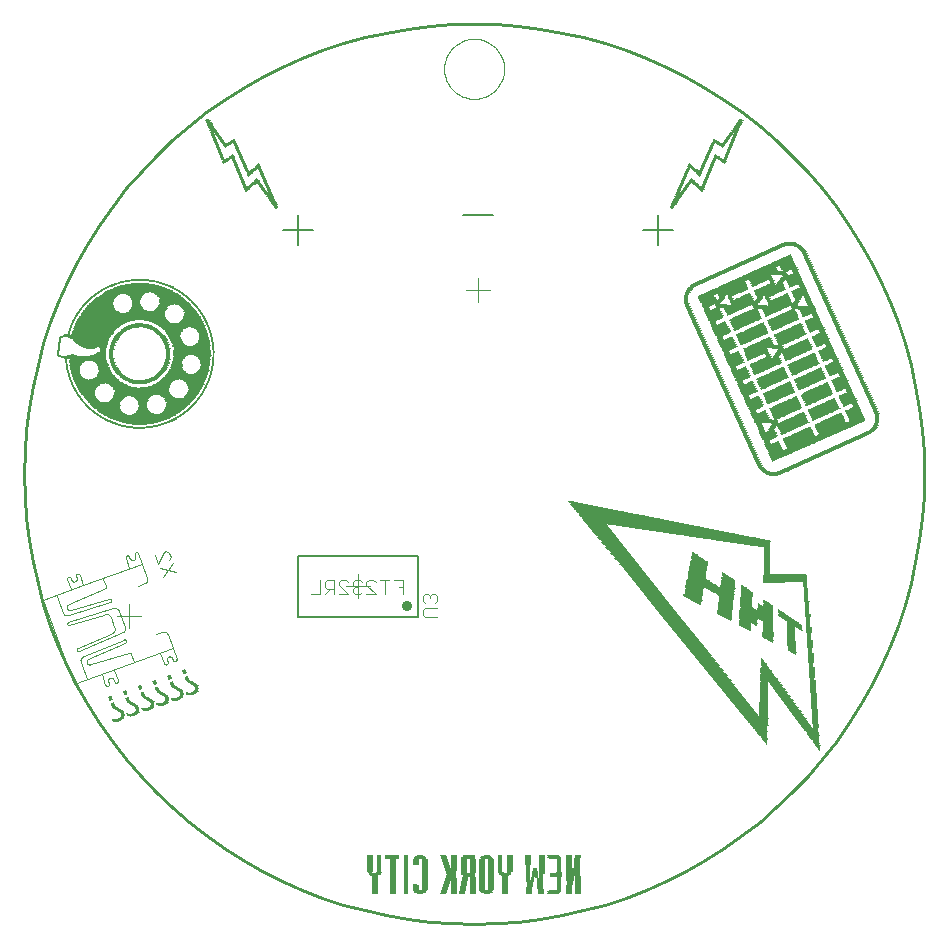
<source format=gbo>
G75*
G70*
%OFA0B0*%
%FSLAX24Y24*%
%IPPOS*%
%LPD*%
%AMOC8*
5,1,8,0,0,1.08239X$1,22.5*
%
%ADD10C,0.0100*%
%ADD11C,0.0000*%
%ADD12R,0.0167X0.0033*%
%ADD13R,0.0133X0.0033*%
%ADD14R,0.0233X0.0033*%
%ADD15R,0.0167X0.0033*%
%ADD16R,0.0400X0.0033*%
%ADD17R,0.0167X0.0033*%
%ADD18R,0.0133X0.0033*%
%ADD19R,0.0367X0.0033*%
%ADD20R,0.0167X0.0033*%
%ADD21R,0.0433X0.0033*%
%ADD22R,0.0400X0.0033*%
%ADD23R,0.0200X0.0033*%
%ADD24R,0.0467X0.0033*%
%ADD25R,0.0467X0.0033*%
%ADD26R,0.0200X0.0033*%
%ADD27R,0.0433X0.0033*%
%ADD28R,0.0233X0.0033*%
%ADD29R,0.0233X0.0033*%
%ADD30R,0.0233X0.0033*%
%ADD31R,0.0267X0.0033*%
%ADD32R,0.0267X0.0033*%
%ADD33R,0.0267X0.0033*%
%ADD34R,0.0133X0.0033*%
%ADD35R,0.0100X0.0033*%
%ADD36R,0.0133X0.0033*%
%ADD37R,0.0100X0.0033*%
%ADD38R,0.0267X0.0033*%
%ADD39R,0.0333X0.0033*%
%ADD40R,0.0433X0.0033*%
%ADD41R,0.0333X0.0033*%
%ADD42R,0.0367X0.0033*%
%ADD43R,0.0300X0.0033*%
%ADD44R,0.0467X0.0033*%
%ADD45R,0.0467X0.0033*%
%ADD46R,0.0333X0.0033*%
%ADD47R,0.0033X0.0033*%
%ADD48R,0.0067X0.0033*%
%ADD49R,0.0067X0.0033*%
%ADD50R,0.0033X0.0033*%
%ADD51R,0.0033X0.0033*%
%ADD52R,0.0067X0.0033*%
%ADD53R,0.0300X0.0033*%
%ADD54R,0.0433X0.0033*%
%ADD55R,0.0500X0.0033*%
%ADD56R,0.0500X0.0033*%
%ADD57R,0.0567X0.0033*%
%ADD58R,0.0600X0.0033*%
%ADD59R,0.0633X0.0033*%
%ADD60R,0.0667X0.0033*%
%ADD61R,0.0667X0.0033*%
%ADD62R,0.0700X0.0033*%
%ADD63R,0.0333X0.0033*%
%ADD64R,0.0733X0.0033*%
%ADD65R,0.0767X0.0033*%
%ADD66R,0.0800X0.0033*%
%ADD67R,0.0800X0.0033*%
%ADD68R,0.0533X0.0033*%
%ADD69R,0.0067X0.0033*%
%ADD70R,0.0533X0.0033*%
%ADD71R,0.0533X0.0033*%
%ADD72R,0.0533X0.0033*%
%ADD73R,0.0367X0.0033*%
%ADD74R,0.0367X0.0033*%
%ADD75R,0.0567X0.0033*%
%ADD76R,0.0633X0.0033*%
%ADD77R,0.0600X0.0033*%
%ADD78R,0.0567X0.0033*%
%ADD79R,0.0567X0.0033*%
%ADD80R,0.1133X0.0033*%
%ADD81R,0.1133X0.0033*%
%ADD82R,0.0633X0.0033*%
%ADD83R,0.0667X0.0033*%
%ADD84R,0.0633X0.0033*%
%ADD85R,0.0900X0.0033*%
%ADD86R,0.0967X0.0033*%
%ADD87R,0.1667X0.0033*%
%ADD88R,0.1100X0.0033*%
%ADD89R,0.1067X0.0033*%
%ADD90R,0.0967X0.0033*%
%ADD91R,0.0867X0.0033*%
%ADD92R,0.0733X0.0033*%
%ADD93R,0.1467X0.0033*%
%ADD94R,0.0767X0.0033*%
%ADD95R,0.1467X0.0033*%
%ADD96R,0.1433X0.0033*%
%ADD97R,0.0033X0.0033*%
%ADD98R,0.0667X0.0033*%
%ADD99R,0.0867X0.0033*%
%ADD100R,0.1333X0.0033*%
%ADD101R,0.1567X0.0033*%
%ADD102R,0.1767X0.0033*%
%ADD103R,0.1833X0.0033*%
%ADD104R,0.1900X0.0033*%
%ADD105R,0.1967X0.0033*%
%ADD106R,0.2000X0.0033*%
%ADD107R,0.2033X0.0033*%
%ADD108R,0.2100X0.0033*%
%ADD109R,0.2167X0.0033*%
%ADD110R,0.2233X0.0033*%
%ADD111R,0.2267X0.0033*%
%ADD112R,0.2333X0.0033*%
%ADD113R,0.2400X0.0033*%
%ADD114R,0.2467X0.0033*%
%ADD115R,0.2500X0.0033*%
%ADD116R,0.2567X0.0033*%
%ADD117R,0.2633X0.0033*%
%ADD118R,0.2700X0.0033*%
%ADD119R,0.3267X0.0033*%
%ADD120R,0.3133X0.0033*%
%ADD121R,0.3000X0.0033*%
%ADD122R,0.2867X0.0033*%
%ADD123R,0.2700X0.0033*%
%ADD124R,0.2567X0.0033*%
%ADD125R,0.2433X0.0033*%
%ADD126R,0.2300X0.0033*%
%ADD127R,0.2000X0.0033*%
%ADD128R,0.1833X0.0033*%
%ADD129R,0.1700X0.0033*%
%ADD130R,0.1433X0.0033*%
%ADD131R,0.1300X0.0033*%
%ADD132R,0.1000X0.0033*%
%ADD133R,0.0867X0.0033*%
%ADD134R,0.0833X0.0033*%
%ADD135R,0.1033X0.0033*%
%ADD136R,0.0700X0.0033*%
%ADD137R,0.1267X0.0033*%
%ADD138R,0.1333X0.0033*%
%ADD139R,0.1400X0.0033*%
%ADD140R,0.1400X0.0033*%
%ADD141R,0.0833X0.0033*%
%ADD142R,0.1067X0.0033*%
%ADD143R,0.1167X0.0033*%
%ADD144R,0.1267X0.0033*%
%ADD145R,0.0867X0.0033*%
%ADD146R,0.1333X0.0033*%
%ADD147R,0.0933X0.0033*%
%ADD148R,0.1200X0.0033*%
%ADD149R,0.1233X0.0033*%
%ADD150R,0.0967X0.0033*%
%ADD151R,0.1433X0.0033*%
%ADD152R,0.1633X0.0033*%
%ADD153R,0.1833X0.0033*%
%ADD154R,0.1967X0.0033*%
%ADD155R,0.2233X0.0033*%
%ADD156R,0.2367X0.0033*%
%ADD157R,0.0767X0.0033*%
%ADD158R,0.0833X0.0033*%
%ADD159R,0.0900X0.0033*%
%ADD160R,0.0933X0.0033*%
%ADD161R,0.0967X0.0033*%
%ADD162R,0.1033X0.0033*%
%ADD163R,0.1000X0.0033*%
%ADD164R,0.0767X0.0033*%
%ADD165R,0.0733X0.0033*%
%ADD166R,0.0733X0.0033*%
%ADD167R,0.0833X0.0033*%
%ADD168R,0.1867X0.0033*%
%ADD169R,0.1033X0.0033*%
%ADD170R,0.1867X0.0033*%
%ADD171R,0.0933X0.0033*%
%ADD172R,0.1867X0.0033*%
%ADD173R,0.1867X0.0033*%
%ADD174R,0.1533X0.0033*%
%ADD175R,0.1500X0.0033*%
%ADD176R,0.1367X0.0033*%
%ADD177R,0.1267X0.0033*%
%ADD178R,0.1233X0.0033*%
%ADD179R,0.1500X0.0033*%
%ADD180R,0.1600X0.0033*%
%ADD181R,0.1267X0.0033*%
%ADD182R,0.1100X0.0033*%
%ADD183R,0.1233X0.0033*%
%ADD184R,0.1167X0.0033*%
%ADD185R,0.0933X0.0033*%
%ADD186R,0.1133X0.0033*%
%ADD187R,0.1633X0.0033*%
%ADD188R,0.1367X0.0033*%
%ADD189R,0.1367X0.0033*%
%ADD190R,0.1433X0.0033*%
%ADD191R,0.1533X0.0033*%
%ADD192R,0.1567X0.0033*%
%ADD193R,0.1600X0.0033*%
%ADD194R,0.1700X0.0033*%
%ADD195R,0.1800X0.0033*%
%ADD196R,0.1933X0.0033*%
%ADD197R,0.3000X0.0033*%
%ADD198R,0.2933X0.0033*%
%ADD199R,0.2900X0.0033*%
%ADD200R,0.2833X0.0033*%
%ADD201R,0.2833X0.0033*%
%ADD202R,0.2800X0.0033*%
%ADD203R,0.1300X0.0033*%
%ADD204R,0.1167X0.0033*%
%ADD205R,0.1133X0.0033*%
%ADD206R,0.1067X0.0033*%
%ADD207R,0.1200X0.0033*%
%ADD208R,0.2267X0.0033*%
%ADD209R,0.2167X0.0033*%
%ADD210R,0.2033X0.0033*%
%ADD211R,0.1833X0.0033*%
%ADD212R,0.1033X0.0033*%
%ADD213C,0.0080*%
%ADD214C,0.0040*%
%ADD215C,0.0348*%
%ADD216C,0.0050*%
D10*
X000556Y015465D02*
X000574Y016201D01*
X000628Y016935D01*
X000718Y017666D01*
X000844Y018391D01*
X001006Y019110D01*
X001202Y019819D01*
X001433Y020518D01*
X001698Y021205D01*
X001996Y021878D01*
X002327Y022536D01*
X002690Y023177D01*
X003084Y023799D01*
X003508Y024400D01*
X003961Y024981D01*
X004442Y025538D01*
X004949Y026072D01*
X005483Y026579D01*
X006040Y027060D01*
X006621Y027513D01*
X007222Y027937D01*
X007844Y028331D01*
X008485Y028694D01*
X009143Y029025D01*
X009816Y029323D01*
X010503Y029588D01*
X011202Y029819D01*
X011911Y030015D01*
X012630Y030177D01*
X013355Y030303D01*
X014086Y030393D01*
X014820Y030447D01*
X015556Y030465D01*
X016292Y030447D01*
X017026Y030393D01*
X017757Y030303D01*
X018482Y030177D01*
X019201Y030015D01*
X019910Y029819D01*
X020609Y029588D01*
X021296Y029323D01*
X021969Y029025D01*
X022627Y028694D01*
X023268Y028331D01*
X023890Y027937D01*
X024491Y027513D01*
X025072Y027060D01*
X025629Y026579D01*
X026163Y026072D01*
X026670Y025538D01*
X027151Y024981D01*
X027604Y024400D01*
X028028Y023799D01*
X028422Y023177D01*
X028785Y022536D01*
X029116Y021878D01*
X029414Y021205D01*
X029679Y020518D01*
X029910Y019819D01*
X030106Y019110D01*
X030268Y018391D01*
X030394Y017666D01*
X030484Y016935D01*
X030538Y016201D01*
X030556Y015465D01*
X030538Y014729D01*
X030484Y013995D01*
X030394Y013264D01*
X030268Y012539D01*
X030106Y011820D01*
X029910Y011111D01*
X029679Y010412D01*
X029414Y009725D01*
X029116Y009052D01*
X028785Y008394D01*
X028422Y007753D01*
X028028Y007131D01*
X027604Y006530D01*
X027151Y005949D01*
X026670Y005392D01*
X026163Y004858D01*
X025629Y004351D01*
X025072Y003870D01*
X024491Y003417D01*
X023890Y002993D01*
X023268Y002599D01*
X022627Y002236D01*
X021969Y001905D01*
X021296Y001607D01*
X020609Y001342D01*
X019910Y001111D01*
X019201Y000915D01*
X018482Y000753D01*
X017757Y000627D01*
X017026Y000537D01*
X016292Y000483D01*
X015556Y000465D01*
X014820Y000483D01*
X014086Y000537D01*
X013355Y000627D01*
X012630Y000753D01*
X011911Y000915D01*
X011202Y001111D01*
X010503Y001342D01*
X009816Y001607D01*
X009143Y001905D01*
X008485Y002236D01*
X007844Y002599D01*
X007222Y002993D01*
X006621Y003417D01*
X006040Y003870D01*
X005483Y004351D01*
X004949Y004858D01*
X004442Y005392D01*
X003961Y005949D01*
X003508Y006530D01*
X003084Y007131D01*
X002690Y007753D01*
X002327Y008394D01*
X001996Y009052D01*
X001698Y009725D01*
X001433Y010412D01*
X001202Y011111D01*
X001006Y011820D01*
X000844Y012539D01*
X000718Y013264D01*
X000628Y013995D01*
X000574Y014729D01*
X000556Y015465D01*
D11*
X004056Y011115D02*
X004056Y010315D01*
X003656Y010715D02*
X004456Y010715D01*
X011281Y011715D02*
X012081Y011715D01*
X011681Y011315D02*
X011681Y012115D01*
X015681Y021190D02*
X015681Y021990D01*
X015281Y021590D02*
X016081Y021590D01*
X014556Y028965D02*
X014558Y029028D01*
X014564Y029090D01*
X014574Y029152D01*
X014587Y029214D01*
X014605Y029274D01*
X014626Y029333D01*
X014651Y029391D01*
X014680Y029447D01*
X014712Y029501D01*
X014747Y029553D01*
X014785Y029602D01*
X014827Y029650D01*
X014871Y029694D01*
X014919Y029736D01*
X014968Y029774D01*
X015020Y029809D01*
X015074Y029841D01*
X015130Y029870D01*
X015188Y029895D01*
X015247Y029916D01*
X015307Y029934D01*
X015369Y029947D01*
X015431Y029957D01*
X015493Y029963D01*
X015556Y029965D01*
X015619Y029963D01*
X015681Y029957D01*
X015743Y029947D01*
X015805Y029934D01*
X015865Y029916D01*
X015924Y029895D01*
X015982Y029870D01*
X016038Y029841D01*
X016092Y029809D01*
X016144Y029774D01*
X016193Y029736D01*
X016241Y029694D01*
X016285Y029650D01*
X016327Y029602D01*
X016365Y029553D01*
X016400Y029501D01*
X016432Y029447D01*
X016461Y029391D01*
X016486Y029333D01*
X016507Y029274D01*
X016525Y029214D01*
X016538Y029152D01*
X016548Y029090D01*
X016554Y029028D01*
X016556Y028965D01*
X016554Y028902D01*
X016548Y028840D01*
X016538Y028778D01*
X016525Y028716D01*
X016507Y028656D01*
X016486Y028597D01*
X016461Y028539D01*
X016432Y028483D01*
X016400Y028429D01*
X016365Y028377D01*
X016327Y028328D01*
X016285Y028280D01*
X016241Y028236D01*
X016193Y028194D01*
X016144Y028156D01*
X016092Y028121D01*
X016038Y028089D01*
X015982Y028060D01*
X015924Y028035D01*
X015865Y028014D01*
X015805Y027996D01*
X015743Y027983D01*
X015681Y027973D01*
X015619Y027967D01*
X015556Y027965D01*
X015493Y027967D01*
X015431Y027973D01*
X015369Y027983D01*
X015307Y027996D01*
X015247Y028014D01*
X015188Y028035D01*
X015130Y028060D01*
X015074Y028089D01*
X015020Y028121D01*
X014968Y028156D01*
X014919Y028194D01*
X014871Y028236D01*
X014827Y028280D01*
X014785Y028328D01*
X014747Y028377D01*
X014712Y028429D01*
X014680Y028483D01*
X014651Y028539D01*
X014626Y028597D01*
X014605Y028656D01*
X014587Y028716D01*
X014574Y028778D01*
X014564Y028840D01*
X014558Y028902D01*
X014556Y028965D01*
D12*
X008181Y025574D03*
X008081Y025474D03*
X007247Y025874D03*
X005147Y020074D03*
X005347Y019274D03*
X005281Y019074D03*
X005147Y018874D03*
X003681Y018874D03*
X003547Y019074D03*
X005547Y017274D03*
X005547Y008374D03*
X005247Y008074D03*
X004781Y007674D03*
X003581Y007674D03*
X012081Y002674D03*
X012081Y002574D03*
X012081Y002474D03*
X012081Y002374D03*
X012081Y002274D03*
X012381Y002174D03*
X012247Y001974D03*
X012247Y001874D03*
X012247Y001774D03*
X012247Y001674D03*
X012247Y001574D03*
X012247Y001474D03*
X012847Y001474D03*
X012847Y001574D03*
X012847Y001674D03*
X012847Y001774D03*
X012847Y001874D03*
X012847Y001974D03*
X012847Y002074D03*
X012847Y002174D03*
X012847Y002274D03*
X012847Y002374D03*
X012847Y002474D03*
X012847Y002574D03*
X014547Y002674D03*
X014581Y002574D03*
X014647Y002374D03*
X014681Y002274D03*
X014881Y002274D03*
X014881Y002374D03*
X014881Y002474D03*
X014881Y002574D03*
X014881Y002674D03*
X014881Y001974D03*
X014881Y001874D03*
X014881Y001774D03*
X014881Y001674D03*
X014881Y001574D03*
X014881Y001474D03*
X015147Y001474D03*
X015181Y001574D03*
X015181Y001674D03*
X015247Y001974D03*
X014681Y001974D03*
X014647Y001874D03*
X014581Y001674D03*
X014547Y001574D03*
X016447Y002174D03*
X016581Y001974D03*
X016581Y001874D03*
X016581Y001774D03*
X016581Y001674D03*
X016581Y001574D03*
X016581Y001474D03*
X017381Y001474D03*
X017781Y001474D03*
X017781Y001574D03*
X017581Y002174D03*
X017347Y002474D03*
X017347Y002574D03*
X017347Y002674D03*
X016747Y002674D03*
X016747Y002574D03*
X016747Y002474D03*
X016747Y002374D03*
X016747Y002274D03*
X018381Y002174D03*
X026981Y006474D03*
X026947Y007074D03*
X026881Y007774D03*
X026881Y007874D03*
X026881Y007974D03*
X026881Y008074D03*
X026847Y008174D03*
X026847Y008274D03*
X026847Y008374D03*
X026847Y008474D03*
X026847Y008574D03*
X026781Y009174D03*
X026781Y009274D03*
X026781Y009374D03*
X026781Y009474D03*
X026747Y009674D03*
X026747Y009774D03*
X026747Y009874D03*
X026681Y010774D03*
X025281Y011174D03*
X024547Y011674D03*
X024881Y016174D03*
X024781Y016374D03*
X024747Y016474D03*
X024647Y016674D03*
X024381Y017274D03*
X024247Y017574D03*
X023981Y018174D03*
X023881Y018374D03*
X023747Y018674D03*
X023481Y019274D03*
X023381Y019474D03*
X023347Y019574D03*
X023247Y019774D03*
X022981Y020374D03*
X022847Y020674D03*
X023781Y021274D03*
X024281Y020274D03*
X025381Y019974D03*
X025547Y020274D03*
X025681Y019474D03*
X025381Y019374D03*
X025047Y021274D03*
X025347Y021374D03*
X025781Y021874D03*
X026347Y021274D03*
X026281Y021174D03*
X026947Y021974D03*
X027047Y021774D03*
X027181Y021474D03*
X027447Y020874D03*
X027547Y020674D03*
X027581Y020574D03*
X027681Y020374D03*
X027947Y019774D03*
X028081Y019474D03*
X028347Y018874D03*
X028447Y018674D03*
X028581Y018374D03*
X028847Y017774D03*
X028981Y017474D03*
X028947Y017074D03*
X028881Y016974D03*
X027481Y018774D03*
X026681Y017774D03*
X025547Y017074D03*
X025481Y016974D03*
X026781Y022374D03*
X026681Y022574D03*
X026547Y022874D03*
X023881Y025874D03*
X023047Y025474D03*
X022947Y025574D03*
D13*
X023131Y025574D03*
X023431Y025574D03*
X023497Y025774D03*
X023397Y026174D03*
X023531Y026474D03*
X023597Y026574D03*
X024031Y026674D03*
X024197Y026574D03*
X024231Y026674D03*
X024031Y026174D03*
X023297Y025274D03*
X022997Y025074D03*
X022597Y024974D03*
X022531Y024874D03*
X022597Y025374D03*
X022631Y025474D03*
X025497Y021874D03*
X026631Y022674D03*
X026597Y022774D03*
X026731Y022474D03*
X026997Y021874D03*
X027097Y021674D03*
X027131Y021574D03*
X027231Y021374D03*
X027397Y020974D03*
X027497Y020774D03*
X027631Y020474D03*
X027897Y019874D03*
X027997Y019674D03*
X028031Y019574D03*
X028131Y019374D03*
X028397Y018774D03*
X028497Y018574D03*
X028531Y018474D03*
X028631Y018274D03*
X028797Y017874D03*
X028897Y017674D03*
X028931Y017574D03*
X028997Y017374D03*
X028997Y017274D03*
X028997Y017174D03*
X027297Y018474D03*
X027097Y018974D03*
X026897Y017274D03*
X024931Y016074D03*
X024831Y016274D03*
X024697Y016574D03*
X024597Y016774D03*
X024431Y017174D03*
X024331Y017374D03*
X024297Y017474D03*
X024197Y017674D03*
X023931Y018274D03*
X023831Y018474D03*
X023797Y018574D03*
X023697Y018774D03*
X023531Y019174D03*
X023431Y019374D03*
X023297Y019674D03*
X023031Y020274D03*
X022931Y020474D03*
X022897Y020574D03*
X022797Y020774D03*
X022631Y021174D03*
X022631Y021274D03*
X022631Y021374D03*
X024097Y021374D03*
X024131Y021274D03*
X024731Y019274D03*
X026597Y011774D03*
X026631Y011574D03*
X026631Y011474D03*
X026631Y011374D03*
X026631Y011274D03*
X026697Y010674D03*
X026697Y010574D03*
X026697Y010474D03*
X026697Y010374D03*
X026731Y010074D03*
X026731Y009974D03*
X026797Y009074D03*
X025197Y009174D03*
X024731Y010274D03*
X025097Y011074D03*
X027031Y006374D03*
X018397Y002574D03*
X018397Y002474D03*
X018397Y002374D03*
X018397Y002274D03*
X018397Y001974D03*
X018397Y001874D03*
X018397Y001774D03*
X018397Y001674D03*
X017797Y002074D03*
X017597Y002274D03*
X016731Y002174D03*
X016431Y002274D03*
X016431Y002374D03*
X016431Y002474D03*
X016431Y002574D03*
X016431Y002674D03*
X013597Y001774D03*
X013297Y001774D03*
X013297Y001874D03*
X013297Y001974D03*
X013297Y002074D03*
X013297Y002174D03*
X013297Y002274D03*
X013297Y002374D03*
X013297Y002474D03*
X013297Y002574D03*
X013297Y002674D03*
X012397Y002674D03*
X012397Y002574D03*
X012397Y002474D03*
X012397Y002374D03*
X012397Y002274D03*
X012097Y002174D03*
X013297Y001674D03*
X013297Y001574D03*
X013297Y001474D03*
X006297Y008374D03*
X006031Y008574D03*
X005897Y008874D03*
X005431Y008674D03*
X005497Y008474D03*
X005331Y007974D03*
X005297Y007874D03*
X004997Y008274D03*
X004931Y008474D03*
X004431Y008374D03*
X004531Y008074D03*
X004331Y007674D03*
X003997Y007974D03*
X003931Y008174D03*
X003531Y007774D03*
X003297Y017274D03*
X003497Y019274D03*
X003497Y019674D03*
X003531Y019774D03*
X002997Y021474D03*
X003331Y021674D03*
X005497Y021674D03*
X005697Y021574D03*
X005331Y019674D03*
X005731Y017374D03*
X008597Y024874D03*
X008531Y024974D03*
X008531Y025374D03*
X008497Y025474D03*
X007997Y025574D03*
X007697Y025574D03*
X007631Y025774D03*
X007731Y026174D03*
X007597Y026474D03*
X007531Y026574D03*
X007097Y026674D03*
X006931Y026574D03*
X006897Y026674D03*
X007097Y026174D03*
X007831Y025274D03*
X008131Y025074D03*
D14*
X008347Y025674D03*
X008781Y024674D03*
X006881Y026874D03*
X003181Y019574D03*
X006181Y008474D03*
X004247Y007474D03*
X003747Y007574D03*
X013747Y001474D03*
X015981Y001474D03*
X017747Y001874D03*
X017747Y001974D03*
X018747Y001874D03*
X018747Y001774D03*
X018981Y002374D03*
X018981Y002474D03*
X026947Y006574D03*
X025347Y016474D03*
X025081Y017074D03*
X024847Y017574D03*
X024747Y018474D03*
X024447Y018474D03*
X024547Y018974D03*
X023981Y019474D03*
X025347Y020774D03*
X025081Y021374D03*
X026281Y022174D03*
X026647Y021374D03*
X026681Y021274D03*
X026781Y021074D03*
X026947Y020674D03*
X027181Y020174D03*
X027281Y019274D03*
X027581Y019274D03*
X028047Y018274D03*
X028081Y018174D03*
X027947Y017774D03*
X026247Y017974D03*
X022347Y024674D03*
X022781Y025674D03*
X024247Y026874D03*
D15*
X024414Y027174D03*
X026814Y022274D03*
X026914Y022074D03*
X027314Y021174D03*
X027714Y020274D03*
X027814Y020074D03*
X028214Y019174D03*
X028314Y018974D03*
X028714Y018074D03*
X026214Y018774D03*
X025814Y018974D03*
X026014Y019274D03*
X024014Y018074D03*
X024114Y017874D03*
X024514Y016974D03*
X025014Y015874D03*
X025114Y015674D03*
X023614Y018974D03*
X023214Y019874D03*
X023114Y020074D03*
X022714Y020974D03*
X022714Y021574D03*
X022914Y012774D03*
X024914Y010474D03*
X026714Y010274D03*
X026714Y010174D03*
X026814Y008974D03*
X026814Y008874D03*
X026814Y008774D03*
X026814Y008674D03*
X026914Y007574D03*
X026914Y007474D03*
X026914Y007374D03*
X019014Y002674D03*
X018714Y002674D03*
X018714Y002574D03*
X018714Y002474D03*
X018714Y002374D03*
X018714Y002274D03*
X018714Y002174D03*
X019014Y001974D03*
X019014Y001874D03*
X019014Y001774D03*
X019014Y001674D03*
X019014Y001574D03*
X019014Y001474D03*
X018714Y001474D03*
X018714Y001574D03*
X017814Y002174D03*
X017814Y002274D03*
X017814Y002374D03*
X017814Y002474D03*
X017814Y002574D03*
X017814Y002674D03*
X016114Y002574D03*
X016114Y002474D03*
X016114Y002374D03*
X016114Y002274D03*
X016114Y002174D03*
X016114Y002074D03*
X016114Y001974D03*
X016114Y001874D03*
X016114Y001774D03*
X016114Y001674D03*
X015814Y001674D03*
X015814Y001774D03*
X015814Y001874D03*
X015814Y001974D03*
X015814Y002074D03*
X015814Y002174D03*
X015814Y002274D03*
X015814Y002374D03*
X015814Y002474D03*
X015814Y002574D03*
X015514Y002574D03*
X015514Y002474D03*
X015514Y002374D03*
X015514Y002274D03*
X015514Y002174D03*
X015514Y001974D03*
X015514Y001874D03*
X015514Y001774D03*
X015514Y001674D03*
X015514Y001574D03*
X015514Y001474D03*
X015214Y001774D03*
X015214Y001874D03*
X015214Y002174D03*
X015214Y002274D03*
X015214Y002374D03*
X015214Y002474D03*
X015214Y002574D03*
X014614Y002474D03*
X013914Y002474D03*
X013914Y002574D03*
X013914Y002374D03*
X013914Y002274D03*
X013914Y002174D03*
X013914Y002074D03*
X013914Y001974D03*
X013914Y001874D03*
X013914Y001774D03*
X013914Y001674D03*
X013614Y001674D03*
X013614Y002474D03*
X013614Y002574D03*
X014614Y001774D03*
X014514Y001474D03*
X004814Y007874D03*
X003514Y017174D03*
X003614Y018974D03*
X003514Y019174D03*
X003614Y019974D03*
X005214Y019974D03*
X005314Y019774D03*
X005314Y019174D03*
X005214Y018974D03*
X006714Y027174D03*
D16*
X005931Y021074D03*
X006031Y020974D03*
X005231Y021074D03*
X004331Y020974D03*
X005564Y020074D03*
X006197Y018174D03*
X006131Y018074D03*
X004531Y017574D03*
X004397Y016974D03*
X003131Y019174D03*
X002264Y019074D03*
X013764Y002674D03*
X015964Y002674D03*
X018197Y001474D03*
X025297Y008874D03*
X025331Y010574D03*
X024631Y011074D03*
X024631Y011174D03*
X024631Y011274D03*
X024664Y011474D03*
X026197Y010474D03*
X026864Y006774D03*
X026297Y018874D03*
X024831Y019374D03*
X024364Y020374D03*
X024131Y020874D03*
X024864Y020874D03*
D17*
X025081Y021307D03*
X025081Y021340D03*
X025347Y021307D03*
X024881Y021740D03*
X025481Y021907D03*
X025847Y021940D03*
X026647Y022640D03*
X026581Y022807D03*
X026481Y022940D03*
X026747Y022440D03*
X026847Y022207D03*
X026881Y022140D03*
X026981Y021907D03*
X027081Y021707D03*
X027147Y021540D03*
X027247Y021340D03*
X027247Y021307D03*
X027281Y021240D03*
X027347Y021107D03*
X027381Y021040D03*
X027481Y020807D03*
X027647Y020440D03*
X027747Y020207D03*
X027781Y020140D03*
X027847Y020007D03*
X027881Y019907D03*
X027981Y019707D03*
X028047Y019540D03*
X028147Y019340D03*
X028181Y019240D03*
X028247Y019107D03*
X028281Y019040D03*
X028381Y018807D03*
X028547Y018440D03*
X028647Y018207D03*
X028681Y018140D03*
X028747Y018007D03*
X028781Y017940D03*
X028881Y017707D03*
X028947Y017540D03*
X028847Y016940D03*
X026447Y018307D03*
X027247Y019240D03*
X026847Y019440D03*
X027047Y019740D03*
X026581Y020740D03*
X025681Y019440D03*
X025647Y019407D03*
X025347Y019440D03*
X024781Y018507D03*
X025181Y018307D03*
X024281Y017507D03*
X024347Y017340D03*
X024447Y017140D03*
X024481Y017040D03*
X024547Y016907D03*
X024581Y016840D03*
X024681Y016607D03*
X024847Y016240D03*
X024947Y016007D03*
X024981Y015940D03*
X025047Y015807D03*
X025081Y015740D03*
X025147Y015640D03*
X025847Y016807D03*
X025647Y017307D03*
X024181Y017707D03*
X024147Y017807D03*
X024081Y017940D03*
X024047Y018007D03*
X023947Y018240D03*
X023847Y018440D03*
X023781Y018607D03*
X023681Y018840D03*
X023647Y018907D03*
X023581Y019040D03*
X023547Y019107D03*
X023447Y019340D03*
X023281Y019707D03*
X023181Y019940D03*
X023147Y020007D03*
X023081Y020140D03*
X023047Y020240D03*
X022947Y020440D03*
X022881Y020607D03*
X022781Y020807D03*
X022747Y020907D03*
X022681Y021040D03*
X022647Y021140D03*
X022681Y021507D03*
X022747Y021607D03*
X023747Y021240D03*
X022247Y024507D03*
X022947Y025107D03*
X023147Y024940D03*
X023647Y026040D03*
X024381Y027107D03*
X024381Y027140D03*
X024447Y027240D03*
X018781Y014540D03*
X025447Y009907D03*
X025781Y010840D03*
X026681Y010740D03*
X026681Y010707D03*
X026647Y011207D03*
X026747Y009907D03*
X026747Y009840D03*
X026747Y009807D03*
X026747Y009740D03*
X026747Y009707D03*
X026781Y009440D03*
X026781Y009407D03*
X026781Y009340D03*
X026781Y009307D03*
X026781Y009240D03*
X026781Y009207D03*
X026847Y008540D03*
X026847Y008507D03*
X026847Y008440D03*
X026847Y008407D03*
X026847Y008340D03*
X026847Y008307D03*
X026847Y008240D03*
X026847Y008207D03*
X026881Y008140D03*
X026881Y008107D03*
X026881Y008040D03*
X026881Y008007D03*
X026881Y007940D03*
X026881Y007907D03*
X026881Y007840D03*
X026881Y007807D03*
X026881Y007740D03*
X026947Y007107D03*
X026947Y007040D03*
X026947Y007007D03*
X025247Y006640D03*
X025247Y006607D03*
X017581Y002207D03*
X017347Y002440D03*
X017347Y002507D03*
X017347Y002540D03*
X017347Y002607D03*
X017347Y002640D03*
X017347Y002707D03*
X017347Y002740D03*
X016747Y002740D03*
X016747Y002707D03*
X016747Y002640D03*
X016747Y002607D03*
X016747Y002540D03*
X016747Y002507D03*
X016747Y002440D03*
X016747Y002407D03*
X016747Y002340D03*
X016747Y002307D03*
X016747Y002240D03*
X016747Y002207D03*
X016581Y002040D03*
X016581Y002007D03*
X016581Y001940D03*
X016581Y001907D03*
X016581Y001840D03*
X016581Y001807D03*
X016581Y001740D03*
X016581Y001707D03*
X016581Y001640D03*
X016581Y001607D03*
X016581Y001540D03*
X016581Y001507D03*
X017381Y001507D03*
X017781Y001507D03*
X017781Y001540D03*
X017781Y001607D03*
X015247Y001907D03*
X015247Y001940D03*
X015247Y002007D03*
X015181Y001707D03*
X015181Y001640D03*
X015181Y001607D03*
X015147Y001540D03*
X015147Y001507D03*
X014881Y001507D03*
X014881Y001540D03*
X014881Y001607D03*
X014881Y001640D03*
X014881Y001707D03*
X014881Y001740D03*
X014881Y001807D03*
X014881Y001840D03*
X014881Y001907D03*
X014881Y001940D03*
X014681Y001940D03*
X014681Y001907D03*
X014647Y001840D03*
X014647Y001807D03*
X014581Y001640D03*
X014581Y001607D03*
X014547Y001540D03*
X014547Y001507D03*
X014681Y002240D03*
X014681Y002307D03*
X014647Y002340D03*
X014647Y002407D03*
X014581Y002540D03*
X014581Y002607D03*
X014547Y002640D03*
X014547Y002707D03*
X014881Y002707D03*
X014881Y002740D03*
X014881Y002640D03*
X014881Y002607D03*
X014881Y002540D03*
X014881Y002507D03*
X014881Y002440D03*
X014881Y002407D03*
X014881Y002340D03*
X014881Y002307D03*
X014881Y002240D03*
X012847Y002240D03*
X012847Y002207D03*
X012847Y002140D03*
X012847Y002107D03*
X012847Y002040D03*
X012847Y002007D03*
X012847Y001940D03*
X012847Y001907D03*
X012847Y001840D03*
X012847Y001807D03*
X012847Y001740D03*
X012847Y001707D03*
X012847Y001640D03*
X012847Y001607D03*
X012847Y001540D03*
X012847Y001507D03*
X012247Y001507D03*
X012247Y001540D03*
X012247Y001607D03*
X012247Y001640D03*
X012247Y001707D03*
X012247Y001740D03*
X012247Y001807D03*
X012247Y001840D03*
X012247Y001907D03*
X012247Y001940D03*
X012247Y002007D03*
X012247Y002040D03*
X012081Y002207D03*
X012081Y002240D03*
X012081Y002307D03*
X012081Y002340D03*
X012081Y002407D03*
X012081Y002440D03*
X012081Y002507D03*
X012081Y002540D03*
X012081Y002607D03*
X012081Y002640D03*
X012081Y002707D03*
X012081Y002740D03*
X012847Y002607D03*
X012847Y002540D03*
X012847Y002507D03*
X012847Y002440D03*
X012847Y002407D03*
X012847Y002340D03*
X012847Y002307D03*
X006281Y008207D03*
X006281Y008407D03*
X006081Y008540D03*
X005747Y008240D03*
X005747Y008007D03*
X005581Y007907D03*
X005281Y007840D03*
X004081Y007840D03*
X003781Y007540D03*
X003781Y007307D03*
X003347Y017240D03*
X003647Y018907D03*
X003581Y019007D03*
X003481Y019307D03*
X003481Y019607D03*
X003547Y019840D03*
X003581Y019907D03*
X003647Y020007D03*
X005181Y020007D03*
X005181Y020040D03*
X005247Y019940D03*
X005247Y019907D03*
X005281Y019840D03*
X005347Y019640D03*
X005247Y019007D03*
X005181Y018907D03*
X005481Y017240D03*
X001847Y020040D03*
X003481Y021740D03*
X005347Y021740D03*
X005447Y021707D03*
X007981Y024940D03*
X008181Y025107D03*
X008881Y024507D03*
X007481Y026040D03*
X006747Y027107D03*
X006747Y027140D03*
X006681Y027240D03*
D18*
X006697Y027207D03*
X006997Y026807D03*
X007031Y026740D03*
X007097Y026640D03*
X007131Y026607D03*
X007197Y026507D03*
X006997Y026440D03*
X007031Y026340D03*
X007131Y026107D03*
X007231Y025840D03*
X007597Y025840D03*
X007631Y025740D03*
X007697Y025607D03*
X007731Y025507D03*
X007797Y025340D03*
X007897Y025107D03*
X008397Y025140D03*
X008431Y025107D03*
X008497Y025007D03*
X008531Y024940D03*
X008697Y025007D03*
X008731Y024940D03*
X008731Y024907D03*
X008631Y025140D03*
X008597Y025207D03*
X008597Y025240D03*
X008497Y025440D03*
X008431Y025607D03*
X007931Y025707D03*
X007931Y025740D03*
X007897Y025807D03*
X007831Y025940D03*
X007797Y026007D03*
X007797Y026040D03*
X007697Y026240D03*
X007631Y026407D03*
X006931Y026607D03*
X008931Y024407D03*
X005931Y021407D03*
X005797Y021507D03*
X005631Y021607D03*
X005297Y019807D03*
X005331Y019740D03*
X005331Y019707D03*
X005331Y019240D03*
X005331Y019207D03*
X005297Y019107D03*
X005831Y017440D03*
X005597Y017307D03*
X003531Y019107D03*
X003531Y019140D03*
X003497Y019207D03*
X003497Y019240D03*
X003497Y019640D03*
X003497Y019707D03*
X003531Y019807D03*
X001797Y020007D03*
X001731Y019407D03*
X003097Y021540D03*
X003197Y021607D03*
X003231Y017307D03*
X005897Y008907D03*
X005931Y008840D03*
X005997Y008640D03*
X005997Y008607D03*
X006331Y008307D03*
X006297Y008240D03*
X005831Y008140D03*
X005831Y008107D03*
X005797Y008040D03*
X005797Y008207D03*
X005531Y008407D03*
X005497Y008440D03*
X005431Y008640D03*
X005397Y008707D03*
X004931Y008507D03*
X004897Y008540D03*
X004997Y008307D03*
X005031Y008240D03*
X005297Y008040D03*
X005331Y008007D03*
X005331Y007940D03*
X005331Y007907D03*
X004831Y007840D03*
X004831Y007740D03*
X004831Y007707D03*
X004531Y008107D03*
X004431Y008340D03*
X003931Y008207D03*
X004031Y007907D03*
X004297Y007707D03*
X004331Y007640D03*
X004331Y007540D03*
X003831Y007507D03*
X003831Y007340D03*
X003531Y007740D03*
X003431Y008007D03*
X012397Y002740D03*
X012397Y002707D03*
X012397Y002640D03*
X012397Y002607D03*
X012397Y002540D03*
X012397Y002507D03*
X012397Y002440D03*
X012397Y002407D03*
X012397Y002340D03*
X012397Y002307D03*
X012397Y002240D03*
X012397Y002207D03*
X013297Y002207D03*
X013297Y002240D03*
X013297Y002307D03*
X013297Y002340D03*
X013297Y002407D03*
X013297Y002440D03*
X013297Y002507D03*
X013297Y002540D03*
X013297Y002607D03*
X013297Y002640D03*
X013297Y002707D03*
X013297Y002740D03*
X013297Y002140D03*
X013297Y002107D03*
X013297Y002040D03*
X013297Y002007D03*
X013297Y001940D03*
X013297Y001907D03*
X013297Y001840D03*
X013297Y001807D03*
X013297Y001740D03*
X013297Y001707D03*
X013297Y001640D03*
X013297Y001607D03*
X013297Y001540D03*
X013297Y001507D03*
X016431Y002207D03*
X016431Y002240D03*
X016431Y002307D03*
X016431Y002340D03*
X016431Y002407D03*
X016431Y002440D03*
X016431Y002507D03*
X016431Y002540D03*
X016431Y002607D03*
X016431Y002640D03*
X016431Y002707D03*
X016431Y002740D03*
X017597Y002307D03*
X017597Y002240D03*
X017797Y002107D03*
X017797Y002040D03*
X017797Y002007D03*
X018397Y002007D03*
X018397Y001940D03*
X018397Y001907D03*
X018397Y001840D03*
X018397Y001807D03*
X018397Y001740D03*
X018397Y001707D03*
X018397Y001640D03*
X018397Y001607D03*
X018397Y002207D03*
X018397Y002240D03*
X018397Y002307D03*
X018397Y002340D03*
X018397Y002407D03*
X018397Y002440D03*
X018397Y002507D03*
X018397Y002540D03*
X018397Y002607D03*
X024097Y010607D03*
X023897Y012107D03*
X026597Y011840D03*
X026597Y011807D03*
X026597Y011740D03*
X026597Y011707D03*
X026631Y011640D03*
X026631Y011607D03*
X026631Y011540D03*
X026631Y011507D03*
X026631Y011440D03*
X026631Y011407D03*
X026631Y011340D03*
X026631Y011307D03*
X026631Y011240D03*
X026697Y010640D03*
X026697Y010607D03*
X026697Y010540D03*
X026697Y010507D03*
X026697Y010440D03*
X026697Y010407D03*
X026731Y010140D03*
X026731Y010107D03*
X026731Y010040D03*
X026731Y010007D03*
X026731Y009940D03*
X026431Y010307D03*
X026797Y009140D03*
X026797Y009107D03*
X026797Y009040D03*
X026831Y008640D03*
X026831Y008607D03*
X026997Y006440D03*
X025097Y015707D03*
X025031Y015840D03*
X024997Y015907D03*
X024931Y016040D03*
X024897Y016140D03*
X024797Y016340D03*
X024731Y016507D03*
X024631Y016707D03*
X024597Y016807D03*
X024531Y016940D03*
X024497Y017007D03*
X024397Y017240D03*
X024297Y017440D03*
X024231Y017607D03*
X024131Y017840D03*
X024097Y017907D03*
X024031Y018040D03*
X023997Y018107D03*
X023997Y018140D03*
X023897Y018340D03*
X023831Y018507D03*
X023731Y018707D03*
X023697Y018807D03*
X023631Y018940D03*
X023597Y019007D03*
X023531Y019140D03*
X023497Y019240D03*
X023397Y019440D03*
X023331Y019607D03*
X023231Y019807D03*
X023231Y019840D03*
X023197Y019907D03*
X023131Y020040D03*
X023097Y020107D03*
X022997Y020340D03*
X022897Y020540D03*
X022831Y020707D03*
X022731Y020940D03*
X022697Y021007D03*
X022631Y021207D03*
X022631Y021240D03*
X022631Y021307D03*
X022631Y021340D03*
X022631Y021407D03*
X022697Y021540D03*
X023897Y020507D03*
X024131Y020007D03*
X024331Y019507D03*
X025331Y020740D03*
X025331Y021340D03*
X025497Y021840D03*
X026131Y021707D03*
X026331Y021240D03*
X026197Y020940D03*
X026797Y020207D03*
X027597Y020540D03*
X027531Y020707D03*
X027431Y020907D03*
X027397Y021007D03*
X027331Y021140D03*
X027297Y021207D03*
X027197Y021440D03*
X027097Y021640D03*
X027031Y021807D03*
X026931Y022007D03*
X026931Y022040D03*
X026897Y022107D03*
X026831Y022240D03*
X026797Y022307D03*
X026797Y022340D03*
X026697Y022540D03*
X026631Y022707D03*
X027697Y020340D03*
X027697Y020307D03*
X027731Y020240D03*
X027797Y020107D03*
X027831Y020040D03*
X027931Y019807D03*
X028031Y019607D03*
X028097Y019440D03*
X028197Y019207D03*
X028231Y019140D03*
X028297Y019007D03*
X028331Y018940D03*
X028331Y018907D03*
X028431Y018707D03*
X028497Y018540D03*
X028597Y018340D03*
X028631Y018240D03*
X028697Y018107D03*
X028731Y018040D03*
X028797Y017907D03*
X028831Y017807D03*
X028931Y017607D03*
X028997Y017440D03*
X028997Y017407D03*
X028997Y017340D03*
X028997Y017307D03*
X028997Y017240D03*
X028997Y017207D03*
X028931Y017040D03*
X027931Y017740D03*
X027531Y017940D03*
X025231Y017540D03*
X024097Y021340D03*
X022197Y024407D03*
X022397Y024907D03*
X022397Y024940D03*
X022431Y025007D03*
X022497Y025140D03*
X022531Y025240D03*
X022697Y025107D03*
X022731Y025140D03*
X022631Y025007D03*
X022597Y024940D03*
X023231Y025107D03*
X023331Y025340D03*
X023397Y025507D03*
X023431Y025607D03*
X023497Y025740D03*
X023531Y025840D03*
X023297Y025940D03*
X023331Y026007D03*
X023331Y026040D03*
X023431Y026240D03*
X023497Y026407D03*
X023931Y026507D03*
X023997Y026607D03*
X024031Y026640D03*
X024097Y026740D03*
X024131Y026807D03*
X024197Y026607D03*
X024131Y026440D03*
X024131Y026407D03*
X024097Y026340D03*
X023997Y026107D03*
X023897Y025840D03*
X023231Y025807D03*
X023197Y025740D03*
X023197Y025707D03*
X022697Y025607D03*
X024431Y027207D03*
D19*
X025881Y021340D03*
X027147Y020107D03*
X027581Y019140D03*
X026747Y017840D03*
X026447Y017407D03*
X026647Y016907D03*
X025481Y017907D03*
X024881Y017640D03*
X025847Y015540D03*
X022981Y012640D03*
X022981Y011240D03*
X025347Y010140D03*
X025347Y010107D03*
X025347Y010040D03*
X026181Y010507D03*
X025281Y008907D03*
X025581Y008507D03*
X025647Y008407D03*
X025781Y008207D03*
X025981Y007940D03*
X026081Y007807D03*
X026281Y007540D03*
X026347Y007440D03*
X026447Y007307D03*
X026881Y006740D03*
X018281Y002140D03*
X018281Y002107D03*
X018281Y002040D03*
X016581Y002107D03*
X015981Y001507D03*
X013747Y001507D03*
X012247Y002107D03*
X005147Y007807D03*
X004647Y007640D03*
X003647Y017940D03*
X003247Y018907D03*
X003181Y019107D03*
X003147Y019140D03*
X004781Y018607D03*
X005647Y019040D03*
X005647Y019107D03*
X005681Y019807D03*
X005647Y019840D03*
X005581Y020007D03*
X006547Y019907D03*
X006547Y018907D03*
X006181Y018140D03*
X004281Y021340D03*
X023781Y021107D03*
D20*
X003614Y007207D03*
X004314Y007507D03*
X004614Y008007D03*
X013614Y002607D03*
X013614Y002540D03*
X013614Y002507D03*
X013614Y002440D03*
X013914Y002440D03*
X013914Y002407D03*
X013914Y002340D03*
X013914Y002307D03*
X013914Y002240D03*
X013914Y002207D03*
X013914Y002140D03*
X013914Y002107D03*
X013914Y002040D03*
X013914Y002007D03*
X013914Y001940D03*
X013914Y001907D03*
X013914Y001840D03*
X013914Y001807D03*
X013914Y001740D03*
X013914Y001707D03*
X013914Y001640D03*
X013914Y001607D03*
X013614Y001607D03*
X013614Y001640D03*
X013614Y001707D03*
X013614Y001740D03*
X013914Y002507D03*
X013914Y002540D03*
X013914Y002607D03*
X014514Y002740D03*
X014614Y002507D03*
X014614Y002440D03*
X015214Y002440D03*
X015214Y002407D03*
X015214Y002340D03*
X015214Y002307D03*
X015214Y002240D03*
X015214Y002207D03*
X015514Y002207D03*
X015514Y002240D03*
X015514Y002307D03*
X015514Y002340D03*
X015514Y002407D03*
X015514Y002440D03*
X015514Y002507D03*
X015514Y002540D03*
X015514Y002607D03*
X015214Y002607D03*
X015214Y002540D03*
X015214Y002507D03*
X015514Y002007D03*
X015514Y001940D03*
X015514Y001907D03*
X015514Y001840D03*
X015514Y001807D03*
X015514Y001740D03*
X015514Y001707D03*
X015514Y001640D03*
X015514Y001607D03*
X015514Y001540D03*
X015514Y001507D03*
X015814Y001607D03*
X015814Y001640D03*
X015814Y001707D03*
X015814Y001740D03*
X015814Y001807D03*
X015814Y001840D03*
X015814Y001907D03*
X015814Y001940D03*
X015814Y002007D03*
X015814Y002040D03*
X015814Y002107D03*
X015814Y002140D03*
X015814Y002207D03*
X015814Y002240D03*
X015814Y002307D03*
X015814Y002340D03*
X015814Y002407D03*
X015814Y002440D03*
X015814Y002507D03*
X015814Y002540D03*
X015814Y002607D03*
X016114Y002607D03*
X016114Y002540D03*
X016114Y002507D03*
X016114Y002440D03*
X016114Y002407D03*
X016114Y002340D03*
X016114Y002307D03*
X016114Y002240D03*
X016114Y002207D03*
X016114Y002140D03*
X016114Y002107D03*
X016114Y002040D03*
X016114Y002007D03*
X016114Y001940D03*
X016114Y001907D03*
X016114Y001840D03*
X016114Y001807D03*
X016114Y001740D03*
X016114Y001707D03*
X016114Y001640D03*
X016114Y001607D03*
X015214Y001740D03*
X015214Y001807D03*
X015214Y001840D03*
X014614Y001740D03*
X014614Y001707D03*
X017814Y002140D03*
X017814Y002207D03*
X017814Y002240D03*
X017814Y002307D03*
X017814Y002340D03*
X017814Y002407D03*
X017814Y002440D03*
X017814Y002507D03*
X017814Y002540D03*
X017814Y002607D03*
X017814Y002640D03*
X017814Y002707D03*
X017814Y002740D03*
X018714Y002740D03*
X018714Y002707D03*
X018714Y002640D03*
X018714Y002607D03*
X018714Y002540D03*
X018714Y002507D03*
X018714Y002440D03*
X018714Y002407D03*
X018714Y002340D03*
X018714Y002307D03*
X018714Y002240D03*
X018714Y002207D03*
X019014Y002040D03*
X019014Y002007D03*
X019014Y001940D03*
X019014Y001907D03*
X019014Y001840D03*
X019014Y001807D03*
X019014Y001740D03*
X019014Y001707D03*
X019014Y001640D03*
X019014Y001607D03*
X019014Y001540D03*
X019014Y001507D03*
X018714Y001507D03*
X018714Y001540D03*
X019014Y002707D03*
X019014Y002740D03*
X025214Y009107D03*
X025214Y009140D03*
X026214Y009507D03*
X026814Y009007D03*
X026814Y008940D03*
X026814Y008907D03*
X026814Y008840D03*
X026814Y008807D03*
X026814Y008740D03*
X026814Y008707D03*
X026914Y007607D03*
X026914Y007540D03*
X026914Y007507D03*
X026914Y007440D03*
X026914Y007407D03*
X026914Y007340D03*
X026914Y007307D03*
X027014Y006407D03*
X026714Y010207D03*
X026714Y010240D03*
X026714Y010307D03*
X026714Y010340D03*
X024914Y016107D03*
X024814Y016307D03*
X024714Y016540D03*
X024614Y016740D03*
X024414Y017207D03*
X024314Y017407D03*
X024214Y017640D03*
X023914Y018307D03*
X023814Y018540D03*
X023714Y018740D03*
X023514Y019207D03*
X023414Y019407D03*
X023314Y019640D03*
X023014Y020307D03*
X022914Y020507D03*
X022814Y020740D03*
X023814Y021307D03*
X023814Y021340D03*
X024114Y021307D03*
X025014Y021240D03*
X025514Y021807D03*
X025814Y021907D03*
X026314Y021207D03*
X027014Y021840D03*
X027114Y021607D03*
X027214Y021407D03*
X027414Y020940D03*
X027514Y020740D03*
X027614Y020507D03*
X027914Y019840D03*
X028014Y019640D03*
X028114Y019407D03*
X028414Y018740D03*
X028514Y018507D03*
X028614Y018307D03*
X028814Y017840D03*
X028914Y017640D03*
X028914Y017007D03*
X027714Y018240D03*
X025714Y019507D03*
X026414Y020440D03*
X024514Y019807D03*
X025514Y017040D03*
X025514Y017007D03*
X026714Y022507D03*
X026614Y022740D03*
X026514Y022907D03*
X022914Y025140D03*
X022814Y025240D03*
X022914Y025607D03*
X022214Y024440D03*
X008914Y024440D03*
X008214Y025140D03*
X008314Y025240D03*
X008214Y025607D03*
X003414Y021707D03*
X003614Y019940D03*
X003514Y019740D03*
X003614Y018940D03*
X005214Y018940D03*
X005314Y019140D03*
X005414Y017207D03*
X003414Y017207D03*
D21*
X002814Y017940D03*
X004714Y020340D03*
X006114Y020840D03*
X023014Y012607D03*
X024014Y011940D03*
X025214Y013040D03*
X025314Y008807D03*
X025114Y006940D03*
X018214Y002707D03*
X018214Y001507D03*
X024014Y019640D03*
X024614Y021340D03*
X026314Y020340D03*
D22*
X026564Y019840D03*
X025864Y019840D03*
X026897Y020607D03*
X026464Y021607D03*
X025997Y022640D03*
X023564Y020607D03*
X023797Y020107D03*
X024231Y019107D03*
X024664Y018140D03*
X025264Y018407D03*
X025964Y018407D03*
X027797Y018640D03*
X028031Y018107D03*
X025631Y016007D03*
X025364Y016640D03*
X024664Y011507D03*
X024664Y011440D03*
X024664Y011407D03*
X024631Y011340D03*
X024631Y011307D03*
X024631Y011240D03*
X024631Y011207D03*
X024631Y011140D03*
X024631Y011107D03*
X024631Y011040D03*
X023964Y010740D03*
X024597Y010407D03*
X025297Y008840D03*
X025131Y006907D03*
X018197Y002740D03*
X015964Y001540D03*
X015397Y002740D03*
X013764Y001540D03*
X004831Y017040D03*
X003997Y017040D03*
X004497Y017940D03*
X005331Y018040D03*
X005397Y018007D03*
X006097Y018040D03*
X006164Y018107D03*
X006231Y018207D03*
X006231Y018240D03*
X006497Y018840D03*
X006564Y019307D03*
X005731Y019340D03*
X005631Y019007D03*
X005564Y020040D03*
X006431Y020307D03*
X006064Y020940D03*
X005997Y021007D03*
X005964Y021040D03*
X003231Y018940D03*
X002397Y018640D03*
X002764Y018007D03*
D23*
X003597Y017140D03*
X003697Y017107D03*
X005131Y017107D03*
X005231Y017140D03*
X005031Y018740D03*
X005097Y018807D03*
X005131Y018840D03*
X005097Y020107D03*
X005064Y020140D03*
X004997Y020207D03*
X003764Y020140D03*
X003731Y020107D03*
X003664Y020040D03*
X003697Y018840D03*
X003731Y018807D03*
X001997Y020107D03*
X003664Y021807D03*
X005164Y021807D03*
X008864Y024540D03*
X008831Y024607D03*
X008797Y024640D03*
X008364Y025707D03*
X007297Y026407D03*
X006797Y027007D03*
X006797Y027040D03*
X022264Y024540D03*
X022297Y024607D03*
X022331Y024640D03*
X022764Y025707D03*
X023831Y026407D03*
X024331Y027007D03*
X024331Y027040D03*
X026264Y022207D03*
X026497Y021707D03*
X026697Y021240D03*
X026164Y020907D03*
X026931Y020740D03*
X026831Y020240D03*
X027164Y020207D03*
X027397Y019707D03*
X026631Y019907D03*
X027064Y018940D03*
X027797Y018807D03*
X027831Y018740D03*
X028064Y018207D03*
X028297Y017707D03*
X027731Y017440D03*
X025564Y015940D03*
X025197Y015607D03*
X025131Y016940D03*
X025464Y016940D03*
X025397Y017840D03*
X024997Y018007D03*
X024631Y018040D03*
X024964Y018807D03*
X024764Y019307D03*
X025364Y019340D03*
X025131Y020440D03*
X024697Y021440D03*
X025764Y021807D03*
X025764Y021840D03*
X023297Y021007D03*
X022764Y021640D03*
X024197Y019007D03*
X024231Y018940D03*
X025331Y012940D03*
X025331Y012907D03*
X025331Y012840D03*
X025331Y012807D03*
X025331Y012740D03*
X025331Y012707D03*
X025331Y012640D03*
X025331Y012607D03*
X024564Y011640D03*
X024064Y010640D03*
X024697Y010307D03*
X026397Y010340D03*
X026897Y007707D03*
X026897Y007640D03*
X026931Y007240D03*
X026931Y007207D03*
X026931Y007140D03*
X026964Y006507D03*
X022931Y012740D03*
X018997Y002640D03*
X018997Y002607D03*
X018997Y002540D03*
X018997Y002507D03*
X018731Y001740D03*
X018731Y001707D03*
X018731Y001640D03*
X018731Y001607D03*
X017764Y001640D03*
X017764Y001707D03*
X017764Y001740D03*
X017764Y001807D03*
X017597Y002107D03*
X017597Y002140D03*
X017397Y001640D03*
X017397Y001607D03*
X017397Y001540D03*
X006231Y008440D03*
X006131Y008507D03*
X005664Y008307D03*
X005597Y008340D03*
X005197Y008107D03*
X004764Y007907D03*
X004264Y007740D03*
X003697Y007607D03*
X003631Y007640D03*
D24*
X012831Y002740D03*
X012831Y002707D03*
X012831Y002640D03*
X018231Y001540D03*
X025097Y007007D03*
X026797Y006940D03*
X026797Y006907D03*
X025331Y008740D03*
X025297Y010607D03*
X026231Y010440D03*
X024031Y011807D03*
X024031Y011840D03*
X024031Y011907D03*
X022931Y011307D03*
X025731Y017407D03*
X025497Y017940D03*
X026531Y018407D03*
X026331Y018907D03*
X026531Y019807D03*
X024597Y019907D03*
X023597Y020640D03*
X006531Y019807D03*
X006131Y020807D03*
X004331Y020940D03*
X003097Y019207D03*
X002697Y018140D03*
X002697Y018107D03*
X004531Y017540D03*
X005297Y018540D03*
X005631Y018940D03*
D25*
X002764Y019674D03*
X015364Y002674D03*
X015964Y001574D03*
X013764Y001574D03*
X018864Y002074D03*
X024664Y010974D03*
D26*
X023931Y012074D03*
X023031Y011174D03*
X025331Y012674D03*
X025331Y012774D03*
X025331Y012874D03*
X025331Y012974D03*
X025231Y015574D03*
X025164Y016874D03*
X024664Y017974D03*
X026031Y018474D03*
X025631Y019374D03*
X025797Y019774D03*
X027364Y019774D03*
X026731Y021174D03*
X026464Y022974D03*
X023831Y021374D03*
X023664Y020974D03*
X023531Y020474D03*
X023864Y020474D03*
X023764Y019974D03*
X024097Y019974D03*
X022797Y021674D03*
X022231Y024474D03*
X022297Y024574D03*
X023131Y024974D03*
X024297Y026974D03*
X024364Y027074D03*
X028264Y017774D03*
X026697Y016974D03*
X026497Y017474D03*
X025231Y009074D03*
X026897Y007674D03*
X026931Y007274D03*
X026931Y007174D03*
X025231Y006674D03*
X018997Y002574D03*
X018731Y001674D03*
X017764Y001674D03*
X017764Y001774D03*
X017597Y002074D03*
X017397Y001674D03*
X017397Y001574D03*
X005097Y008174D03*
X004664Y007974D03*
X004197Y007774D03*
X005331Y017174D03*
X005064Y018774D03*
X003764Y018774D03*
X003697Y020074D03*
X003797Y020174D03*
X005031Y020174D03*
X005264Y021774D03*
X003564Y021774D03*
X007997Y024974D03*
X008831Y024574D03*
X008897Y024474D03*
X006831Y026974D03*
X006764Y027074D03*
D27*
X004281Y021374D03*
X005747Y019374D03*
X005647Y018974D03*
X006247Y018274D03*
X005281Y018074D03*
X003581Y017874D03*
X002881Y017874D03*
X002781Y017974D03*
X003247Y018874D03*
X018981Y014474D03*
X022947Y011274D03*
X024581Y010474D03*
X026981Y017374D03*
X026781Y017874D03*
X026081Y019374D03*
X025281Y019874D03*
X025647Y020374D03*
X015381Y002074D03*
X018247Y001574D03*
D28*
X017414Y001707D03*
X017414Y001740D03*
X017414Y001807D03*
X017414Y001840D03*
X025214Y006707D03*
X025414Y009940D03*
X025814Y010807D03*
X025314Y011140D03*
X025314Y012140D03*
X025314Y012207D03*
X025314Y012240D03*
X025314Y012307D03*
X025314Y012340D03*
X025314Y012407D03*
X025314Y012440D03*
X025314Y012507D03*
X025314Y012540D03*
X025314Y013007D03*
X025314Y016507D03*
X025314Y016540D03*
X025114Y017007D03*
X025214Y018340D03*
X024414Y018507D03*
X024414Y018540D03*
X025614Y019340D03*
X024314Y020307D03*
X024914Y020940D03*
X024114Y021407D03*
X023314Y020940D03*
X023514Y020540D03*
X023514Y020507D03*
X026714Y021207D03*
X026414Y023007D03*
X023614Y026540D03*
X022814Y025207D03*
X027614Y019240D03*
X027614Y019207D03*
X026714Y017807D03*
X026914Y017307D03*
X028814Y016907D03*
X008314Y025207D03*
X007514Y026540D03*
X003814Y018740D03*
X004714Y007940D03*
X005114Y007740D03*
D29*
X004614Y007574D03*
X005714Y008274D03*
X006214Y008174D03*
X017414Y001774D03*
X025314Y012174D03*
X025314Y012274D03*
X025314Y012374D03*
X025314Y012474D03*
X025314Y012574D03*
X025314Y016574D03*
X025114Y016974D03*
X024614Y018074D03*
X024214Y018974D03*
X023314Y020974D03*
X024914Y021774D03*
X026514Y021674D03*
X026914Y020774D03*
X027814Y018774D03*
D30*
X027847Y018707D03*
X028047Y018240D03*
X028281Y017740D03*
X027281Y018440D03*
X026247Y018807D03*
X027381Y019740D03*
X027147Y020240D03*
X026947Y020707D03*
X026747Y021107D03*
X026747Y021140D03*
X026681Y021307D03*
X026647Y021340D03*
X026347Y021307D03*
X025947Y021407D03*
X026147Y021740D03*
X026481Y021740D03*
X026281Y022140D03*
X026247Y022240D03*
X025947Y022240D03*
X026047Y022707D03*
X024081Y020807D03*
X023547Y020440D03*
X023747Y020040D03*
X023747Y020007D03*
X023781Y019940D03*
X023947Y019540D03*
X023981Y019507D03*
X024181Y019040D03*
X024647Y018007D03*
X024847Y017540D03*
X024881Y017507D03*
X025181Y017507D03*
X025047Y017140D03*
X025047Y017107D03*
X025081Y017040D03*
X025147Y016907D03*
X025481Y016907D03*
X025881Y016840D03*
X023947Y012040D03*
X026181Y009540D03*
X025247Y009040D03*
X026947Y006540D03*
X018981Y002440D03*
X018981Y002407D03*
X018981Y002340D03*
X018747Y001840D03*
X018747Y001807D03*
X017747Y001840D03*
X017747Y001907D03*
X017747Y001940D03*
X017581Y002040D03*
X015981Y002740D03*
X013747Y002740D03*
X005147Y008140D03*
X004147Y007807D03*
X003847Y018707D03*
X003181Y019540D03*
X003181Y019607D03*
X003181Y019640D03*
X003847Y020207D03*
X003881Y020240D03*
X004947Y020240D03*
X004981Y018707D03*
X005047Y021840D03*
X003781Y021840D03*
X007281Y025907D03*
X007481Y026007D03*
X008081Y025507D03*
X008747Y024740D03*
X006847Y026940D03*
X022381Y024740D03*
X023047Y025507D03*
X023647Y026007D03*
X023847Y025907D03*
X024281Y026940D03*
X022847Y021707D03*
D31*
X024297Y019474D03*
X024397Y018574D03*
X025631Y016474D03*
X025597Y015974D03*
X027731Y018274D03*
X028297Y017674D03*
X027597Y019174D03*
X027397Y019674D03*
X026631Y020774D03*
X022397Y024774D03*
X022831Y025174D03*
X024197Y026774D03*
X008731Y024774D03*
X008297Y025174D03*
X006931Y026774D03*
X004297Y021174D03*
X004397Y020474D03*
X004897Y020274D03*
X003197Y019674D03*
X003897Y018674D03*
X004931Y018674D03*
X004997Y017074D03*
X003831Y017074D03*
X012231Y002074D03*
X016597Y002074D03*
X017431Y001874D03*
X025231Y007874D03*
X025231Y007974D03*
X025231Y008074D03*
X025231Y008174D03*
X025231Y008274D03*
X025231Y008374D03*
X025231Y008474D03*
X026131Y009974D03*
X026131Y010074D03*
X026131Y010174D03*
X026131Y010274D03*
X025831Y010774D03*
X024031Y010674D03*
D32*
X024597Y011607D03*
X025331Y011107D03*
X026131Y010340D03*
X026131Y010307D03*
X026131Y010240D03*
X026131Y010207D03*
X026131Y010140D03*
X026131Y010107D03*
X026131Y010040D03*
X026131Y010007D03*
X026131Y009940D03*
X026131Y009907D03*
X025231Y008507D03*
X025231Y008440D03*
X025231Y008407D03*
X025231Y008340D03*
X025231Y008307D03*
X025231Y008240D03*
X025231Y008207D03*
X025231Y008140D03*
X025231Y008107D03*
X025231Y008040D03*
X025231Y008007D03*
X025231Y007940D03*
X025231Y007907D03*
X025197Y006740D03*
X026931Y006607D03*
X022931Y012707D03*
X025297Y015540D03*
X027497Y017907D03*
X027031Y018907D03*
X026831Y019407D03*
X026031Y019307D03*
X025797Y018940D03*
X024997Y018840D03*
X025331Y019940D03*
X025597Y020307D03*
X023831Y021407D03*
X023631Y020940D03*
X023297Y021040D03*
X022897Y021740D03*
X022431Y024807D03*
X022431Y024840D03*
X023131Y025007D03*
X023031Y025540D03*
X023631Y026507D03*
X023797Y026440D03*
X024231Y026840D03*
X028697Y016840D03*
X017431Y001907D03*
X006097Y008107D03*
X004131Y007407D03*
X004531Y017707D03*
X004531Y017740D03*
X004297Y021140D03*
X004297Y021207D03*
X004297Y021240D03*
X007997Y025007D03*
X008097Y025540D03*
X008331Y025640D03*
X008697Y024840D03*
X008697Y024807D03*
X007497Y026507D03*
X007331Y026440D03*
X006897Y026840D03*
D33*
X006864Y026907D03*
X008764Y024707D03*
X003964Y018640D03*
X018964Y002307D03*
X018964Y002240D03*
X018964Y002207D03*
X018764Y002040D03*
X018764Y002007D03*
X018764Y001940D03*
X018764Y001907D03*
X025264Y009007D03*
X026164Y009607D03*
X026164Y009640D03*
X026164Y009707D03*
X024664Y010340D03*
X025664Y017340D03*
X026464Y017440D03*
X024864Y017607D03*
X027164Y020140D03*
X026364Y020407D03*
X026364Y021340D03*
X024664Y021407D03*
X026364Y023040D03*
X024264Y026907D03*
X022364Y024707D03*
D34*
X022564Y024907D03*
X022664Y025040D03*
X022564Y025307D03*
X022664Y025540D03*
X022864Y025640D03*
X022764Y025740D03*
X023164Y025640D03*
X023064Y025440D03*
X023364Y025440D03*
X023264Y025207D03*
X023564Y025907D03*
X023364Y026107D03*
X023464Y026307D03*
X023464Y026340D03*
X023964Y026540D03*
X024064Y026707D03*
X024264Y026740D03*
X024164Y026507D03*
X023964Y026007D03*
X022164Y024340D03*
X022664Y021440D03*
X022664Y021107D03*
X022764Y020840D03*
X022864Y020640D03*
X022964Y020407D03*
X023064Y020207D03*
X023264Y019740D03*
X023364Y019540D03*
X023364Y019507D03*
X023464Y019307D03*
X023764Y018640D03*
X023864Y018407D03*
X023964Y018207D03*
X024164Y017740D03*
X024264Y017540D03*
X024364Y017307D03*
X024464Y017107D03*
X024664Y016640D03*
X024764Y016440D03*
X024764Y016407D03*
X024864Y016207D03*
X025664Y016507D03*
X026264Y018007D03*
X026064Y018507D03*
X025364Y019407D03*
X025964Y021440D03*
X026964Y021940D03*
X027064Y021740D03*
X027164Y021507D03*
X027464Y020840D03*
X027564Y020640D03*
X027564Y020607D03*
X027664Y020407D03*
X027864Y019940D03*
X027964Y019740D03*
X028064Y019507D03*
X028164Y019307D03*
X028364Y018840D03*
X028464Y018640D03*
X028464Y018607D03*
X028564Y018407D03*
X028864Y017740D03*
X028964Y017507D03*
X028964Y017140D03*
X028964Y017107D03*
X026764Y022407D03*
X026664Y022607D03*
X026564Y022840D03*
X026664Y011140D03*
X026664Y011107D03*
X026664Y011040D03*
X026664Y011007D03*
X026664Y010940D03*
X026664Y010907D03*
X026664Y010840D03*
X026664Y010807D03*
X026764Y009640D03*
X026764Y009607D03*
X026764Y009540D03*
X026764Y009507D03*
X025264Y011207D03*
X023064Y011140D03*
X017364Y002407D03*
X017364Y002340D03*
X017364Y002307D03*
X017364Y002240D03*
X017364Y002207D03*
X017364Y002140D03*
X017364Y002107D03*
X017364Y002040D03*
X017364Y002007D03*
X017364Y001940D03*
X005064Y008207D03*
X004564Y008040D03*
X003864Y007440D03*
X003864Y007407D03*
X003564Y007707D03*
X003464Y007940D03*
X003164Y017340D03*
X003064Y017407D03*
X003564Y019040D03*
X003464Y019340D03*
X003464Y019407D03*
X003464Y019440D03*
X003464Y019507D03*
X003464Y019540D03*
X005264Y019040D03*
X005364Y019307D03*
X005364Y019340D03*
X005364Y019407D03*
X005364Y019440D03*
X005364Y019507D03*
X005364Y019540D03*
X005364Y019607D03*
X005964Y017540D03*
X005664Y017340D03*
X005564Y021640D03*
X003264Y021640D03*
X007164Y026007D03*
X007564Y025907D03*
X007764Y026107D03*
X007664Y026307D03*
X007664Y026340D03*
X007164Y026540D03*
X007064Y026707D03*
X006864Y026740D03*
X006964Y026507D03*
X007964Y025640D03*
X008064Y025440D03*
X007764Y025440D03*
X007864Y025207D03*
X008464Y025040D03*
X008564Y024907D03*
X008564Y025307D03*
X008464Y025540D03*
X008364Y025740D03*
X008964Y024340D03*
D35*
X008681Y025040D03*
X008647Y025107D03*
X008547Y025340D03*
X008514Y025407D03*
X008481Y025507D03*
X008047Y025407D03*
X007981Y025607D03*
X007881Y025840D03*
X007847Y025907D03*
X007614Y025807D03*
X007647Y025707D03*
X007681Y025640D03*
X007714Y025540D03*
X007781Y025407D03*
X007814Y025307D03*
X007847Y025240D03*
X007881Y025140D03*
X007981Y024907D03*
X007547Y025940D03*
X007747Y026140D03*
X007714Y026207D03*
X007614Y026440D03*
X007081Y026240D03*
X007081Y026207D03*
X007114Y026140D03*
X007147Y026040D03*
X007047Y026307D03*
X007014Y026407D03*
X006947Y026540D03*
X006914Y026640D03*
X006881Y026707D03*
X006847Y026807D03*
X005747Y021540D03*
X005881Y021440D03*
X006014Y021340D03*
X006047Y021307D03*
X006114Y021240D03*
X006214Y021140D03*
X006247Y021107D03*
X006314Y021040D03*
X006414Y020907D03*
X006481Y020807D03*
X006547Y020707D03*
X006581Y020640D03*
X006647Y020507D03*
X006614Y018340D03*
X006481Y018107D03*
X006281Y017840D03*
X006247Y017807D03*
X006181Y017740D03*
X006147Y017707D03*
X006081Y017640D03*
X006047Y017607D03*
X005914Y017507D03*
X005781Y017407D03*
X003014Y017440D03*
X002914Y017507D03*
X002881Y017540D03*
X002781Y017607D03*
X002747Y017640D03*
X002681Y017707D03*
X002647Y017740D03*
X002481Y017940D03*
X002414Y018040D03*
X002281Y018240D03*
X002247Y018307D03*
X002181Y019440D03*
X001747Y019840D03*
X002314Y020740D03*
X002347Y020807D03*
X002381Y020840D03*
X002447Y020940D03*
X002581Y021107D03*
X002614Y021140D03*
X002681Y021207D03*
X002714Y021240D03*
X002781Y021307D03*
X002814Y021340D03*
X002914Y021407D03*
X002947Y021440D03*
X003047Y021507D03*
X005414Y008740D03*
X005481Y008507D03*
X004981Y008340D03*
X004514Y008140D03*
X004447Y008307D03*
X003947Y008140D03*
X003947Y008107D03*
X004014Y007940D03*
X004347Y007607D03*
X004847Y007807D03*
X003514Y007807D03*
X003447Y008040D03*
X005914Y008807D03*
X006314Y008340D03*
X017514Y002007D03*
X017514Y001940D03*
X017647Y002007D03*
X025181Y009207D03*
X025181Y009240D03*
X024947Y010440D03*
X024514Y011707D03*
X023881Y012140D03*
X022881Y012807D03*
X025547Y015907D03*
X026747Y017007D03*
X026647Y017740D03*
X027681Y018207D03*
X027447Y018740D03*
X027014Y019707D03*
X026647Y019940D03*
X026547Y020707D03*
X025847Y019007D03*
X025014Y018040D03*
X025381Y017807D03*
X024814Y018540D03*
X024581Y019007D03*
X026081Y022740D03*
X023347Y025407D03*
X023314Y025307D03*
X023281Y025240D03*
X023247Y025140D03*
X023147Y024907D03*
X023081Y025407D03*
X023147Y025607D03*
X023247Y025840D03*
X023281Y025907D03*
X023514Y025807D03*
X023481Y025707D03*
X023447Y025640D03*
X023414Y025540D03*
X023581Y025940D03*
X023381Y026140D03*
X023414Y026207D03*
X023514Y026440D03*
X024047Y026240D03*
X024047Y026207D03*
X024014Y026140D03*
X023981Y026040D03*
X024081Y026307D03*
X024181Y026540D03*
X024214Y026640D03*
X024247Y026707D03*
X024281Y026807D03*
X022714Y025640D03*
X022647Y025507D03*
X022614Y025440D03*
X022614Y025407D03*
X022581Y025340D03*
X022514Y025207D03*
X022481Y025107D03*
X022447Y025040D03*
X025281Y006540D03*
X027047Y006340D03*
D36*
X025264Y006574D03*
X026764Y009574D03*
X026664Y010874D03*
X026664Y010974D03*
X026664Y011074D03*
X026664Y011174D03*
X025764Y010874D03*
X025064Y015774D03*
X024964Y015974D03*
X024564Y016874D03*
X024464Y017074D03*
X024164Y017774D03*
X024064Y017974D03*
X023664Y018874D03*
X023564Y019074D03*
X023164Y019974D03*
X023064Y020174D03*
X022764Y020874D03*
X022664Y021074D03*
X022664Y021474D03*
X024064Y020774D03*
X025164Y020474D03*
X025364Y021274D03*
X026864Y022174D03*
X027264Y021274D03*
X027364Y021074D03*
X027764Y020174D03*
X027864Y019974D03*
X028164Y019274D03*
X028264Y019074D03*
X028664Y018174D03*
X028764Y017974D03*
X022164Y024374D03*
X022464Y025074D03*
X022664Y025074D03*
X023264Y025174D03*
X023464Y025674D03*
X023264Y025874D03*
X024064Y026274D03*
X023964Y026574D03*
X008964Y024374D03*
X008664Y025074D03*
X008464Y025074D03*
X007864Y025174D03*
X007664Y025674D03*
X007864Y025874D03*
X007064Y026274D03*
X007164Y026574D03*
X002864Y021374D03*
X003564Y019874D03*
X003464Y019574D03*
X003464Y019474D03*
X003464Y019374D03*
X005264Y019874D03*
X005364Y019574D03*
X005364Y019474D03*
X005364Y019374D03*
X002964Y017474D03*
X004064Y007874D03*
X017364Y002374D03*
X017364Y002274D03*
X017364Y002174D03*
X017364Y002074D03*
X017364Y001974D03*
D37*
X017514Y001974D03*
X025481Y009874D03*
X026247Y009474D03*
X026447Y010274D03*
X026614Y011674D03*
X025614Y017274D03*
X026414Y018274D03*
X026881Y019474D03*
X027781Y017474D03*
X024481Y019774D03*
X023214Y025074D03*
X023347Y025374D03*
X023381Y025474D03*
X023181Y025674D03*
X023214Y025774D03*
X023314Y025974D03*
X023347Y026074D03*
X023447Y026274D03*
X023481Y026374D03*
X023614Y026074D03*
X023547Y025874D03*
X023947Y025974D03*
X023981Y026074D03*
X024114Y026374D03*
X024147Y026474D03*
X023847Y026374D03*
X024447Y027274D03*
X022747Y025774D03*
X022681Y025574D03*
X022814Y025274D03*
X022547Y025274D03*
X022514Y025174D03*
X022414Y024974D03*
X022381Y024874D03*
X008747Y024874D03*
X008714Y024974D03*
X008614Y025174D03*
X008581Y025274D03*
X008314Y025274D03*
X008447Y025574D03*
X008381Y025774D03*
X007947Y025674D03*
X007914Y025774D03*
X007814Y025974D03*
X007781Y026074D03*
X007681Y026274D03*
X007647Y026374D03*
X007514Y026074D03*
X007581Y025874D03*
X007181Y025974D03*
X007147Y026074D03*
X007014Y026374D03*
X006981Y026474D03*
X007281Y026374D03*
X006681Y027274D03*
X007747Y025474D03*
X007781Y025374D03*
X007914Y025074D03*
X005847Y021474D03*
X005981Y021374D03*
X006081Y021274D03*
X006181Y021174D03*
X006281Y021074D03*
X006614Y020574D03*
X006381Y017974D03*
X006214Y017774D03*
X006114Y017674D03*
X006014Y017574D03*
X005881Y017474D03*
X003114Y017374D03*
X002847Y017574D03*
X002714Y017674D03*
X002381Y018074D03*
X001714Y019574D03*
X002214Y020574D03*
X002547Y021074D03*
X002647Y021174D03*
X002747Y021274D03*
X003147Y021574D03*
X005981Y008674D03*
X006314Y008274D03*
X005814Y008174D03*
X005814Y008074D03*
X004847Y007774D03*
X004514Y008174D03*
X004347Y007574D03*
X003847Y007474D03*
X003847Y007374D03*
X003447Y007974D03*
D38*
X018764Y001974D03*
X018964Y002174D03*
X018964Y002274D03*
X026164Y009574D03*
X026164Y009674D03*
X025464Y016874D03*
X024964Y017974D03*
X023964Y019574D03*
X025464Y021774D03*
X025764Y021774D03*
X027064Y019774D03*
X028764Y016874D03*
D39*
X028431Y016707D03*
X028297Y016640D03*
X028231Y016607D03*
X027997Y016507D03*
X027631Y016340D03*
X027397Y016240D03*
X027331Y016207D03*
X027197Y016140D03*
X027097Y016107D03*
X026897Y016007D03*
X026731Y015940D03*
X026531Y015840D03*
X026297Y015740D03*
X026231Y015707D03*
X025997Y015607D03*
X025331Y016607D03*
X026197Y017940D03*
X027231Y018407D03*
X026931Y020640D03*
X024931Y021807D03*
X024631Y022540D03*
X024797Y022607D03*
X025097Y022740D03*
X025231Y022807D03*
X025297Y022840D03*
X025531Y022940D03*
X024431Y022440D03*
X024197Y022340D03*
X024131Y022307D03*
X023897Y022207D03*
X023531Y022040D03*
X023231Y021907D03*
X023097Y021840D03*
X023031Y021807D03*
X023997Y019607D03*
X024797Y019340D03*
X024431Y018607D03*
X024631Y011540D03*
X023997Y010707D03*
X025897Y010707D03*
X025997Y010640D03*
X025697Y008340D03*
X025831Y008140D03*
X025931Y008007D03*
X026131Y007740D03*
X026197Y007640D03*
X026231Y007607D03*
X026297Y007507D03*
X026431Y007340D03*
X026497Y007240D03*
X026531Y007207D03*
X026597Y007107D03*
X026631Y007040D03*
X026897Y006707D03*
X014797Y002207D03*
X014797Y002140D03*
X014797Y002040D03*
X014797Y002007D03*
X006131Y008140D03*
X004531Y017607D03*
X004531Y017640D03*
X004031Y018607D03*
X003197Y019040D03*
X002331Y018707D03*
X004331Y021040D03*
X004297Y021307D03*
X005197Y021040D03*
X004831Y020307D03*
X005697Y019240D03*
X006597Y019240D03*
X006597Y019207D03*
X006597Y019140D03*
X006497Y020207D03*
X006497Y020240D03*
D40*
X006547Y019840D03*
X006547Y019340D03*
X006081Y018007D03*
X003081Y019440D03*
X002281Y019140D03*
X002281Y019107D03*
X002747Y018040D03*
X002847Y017907D03*
X005081Y020907D03*
X006081Y020907D03*
X023347Y021107D03*
X024981Y021840D03*
X025681Y019640D03*
X025047Y018907D03*
X024481Y018640D03*
X025947Y016907D03*
X026181Y017907D03*
X027447Y017840D03*
X028247Y017607D03*
X027547Y019107D03*
X027347Y019607D03*
X024647Y011007D03*
X024581Y010440D03*
X026847Y006840D03*
X026847Y006807D03*
X018247Y002640D03*
X016581Y002140D03*
X015981Y002640D03*
X015381Y002707D03*
X015381Y002040D03*
X013747Y002640D03*
X012247Y002140D03*
D41*
X014797Y002174D03*
X014797Y002074D03*
X005631Y007974D03*
X005131Y007774D03*
X004531Y017874D03*
X005697Y019274D03*
X006597Y019174D03*
X004297Y021274D03*
X003931Y021874D03*
X004897Y021874D03*
X003131Y019474D03*
X007331Y026474D03*
X023331Y021074D03*
X023397Y021974D03*
X023597Y022074D03*
X023831Y022174D03*
X024497Y022474D03*
X024731Y022574D03*
X024931Y022674D03*
X025597Y022974D03*
X026797Y019374D03*
X025231Y018374D03*
X025931Y016874D03*
X026597Y015874D03*
X027031Y016074D03*
X027697Y016374D03*
X027931Y016474D03*
X028131Y016574D03*
X025931Y015574D03*
X026097Y010574D03*
X024631Y010374D03*
X025597Y008474D03*
X026031Y007874D03*
X026097Y007774D03*
X026331Y007474D03*
X026397Y007374D03*
X026531Y007174D03*
X026631Y007074D03*
X026897Y006674D03*
X023797Y026474D03*
D42*
X026081Y023174D03*
X024647Y021374D03*
X025081Y020374D03*
X024581Y019874D03*
X026347Y020374D03*
X027681Y017374D03*
X023981Y011974D03*
X024647Y011374D03*
X025347Y010174D03*
X025347Y010074D03*
X025747Y008274D03*
X025881Y008074D03*
X026181Y007674D03*
X026247Y007574D03*
X025147Y006874D03*
X018281Y002074D03*
X003681Y017974D03*
X003181Y019074D03*
X005147Y020974D03*
X005581Y019974D03*
X005647Y019874D03*
X005647Y019074D03*
X006581Y019274D03*
X006547Y019874D03*
D43*
X006547Y020040D03*
X006547Y020107D03*
X006547Y020140D03*
X006614Y019107D03*
X006581Y019040D03*
X006581Y019007D03*
X004881Y018640D03*
X004514Y017840D03*
X004514Y017807D03*
X003147Y019507D03*
X002781Y019640D03*
X002281Y018907D03*
X002281Y018840D03*
X002281Y018807D03*
X002314Y018740D03*
X004014Y020307D03*
X004314Y021107D03*
X008014Y025040D03*
X007281Y025940D03*
X018881Y014507D03*
X023014Y011207D03*
X026147Y009840D03*
X026147Y009807D03*
X026147Y009740D03*
X025214Y007840D03*
X025214Y007807D03*
X025214Y007740D03*
X025214Y007707D03*
X025214Y007640D03*
X025214Y007607D03*
X025214Y007540D03*
X025214Y007507D03*
X025214Y007440D03*
X025214Y007407D03*
X026914Y006640D03*
X025547Y015407D03*
X026447Y015807D03*
X026681Y016940D03*
X027714Y017407D03*
X028514Y016740D03*
X028647Y016807D03*
X027847Y016440D03*
X028047Y018140D03*
X027514Y018807D03*
X026481Y018340D03*
X026014Y018440D03*
X026281Y018840D03*
X025847Y019807D03*
X025114Y020407D03*
X025381Y020807D03*
X024881Y020907D03*
X024347Y020340D03*
X024081Y019940D03*
X024547Y019840D03*
X023847Y020440D03*
X024114Y020840D03*
X023314Y021940D03*
X023681Y022107D03*
X023981Y022240D03*
X024347Y022407D03*
X025014Y022707D03*
X026481Y021640D03*
X024514Y018940D03*
X024647Y018107D03*
X023114Y025040D03*
X023847Y025940D03*
X005614Y007940D03*
X004647Y007607D03*
X003647Y007240D03*
X014814Y002107D03*
D44*
X015364Y002107D03*
X015364Y002140D03*
X015364Y002640D03*
X018864Y002140D03*
X018864Y002107D03*
X023964Y011207D03*
X023964Y011240D03*
X025664Y016040D03*
X027664Y017340D03*
X027764Y018607D03*
X026964Y018840D03*
X026764Y019340D03*
X024264Y019140D03*
X024164Y020907D03*
X025964Y022607D03*
X006464Y018807D03*
X006264Y018340D03*
X006264Y018307D03*
X005564Y020107D03*
X006364Y020340D03*
X003764Y018040D03*
X003264Y018807D03*
X003264Y018840D03*
D45*
X004497Y017974D03*
X006097Y020874D03*
X023031Y012574D03*
X024031Y011874D03*
X024031Y011774D03*
X023931Y010774D03*
X025331Y008774D03*
X025097Y006974D03*
X018231Y002674D03*
X012831Y002674D03*
X026631Y016874D03*
X025931Y018374D03*
X025731Y018874D03*
X025897Y019874D03*
X026431Y021574D03*
D46*
X026264Y022107D03*
X025764Y023040D03*
X025664Y023007D03*
X025464Y022907D03*
X024864Y022640D03*
X024564Y022507D03*
X023764Y022140D03*
X023464Y022007D03*
X026064Y019340D03*
X025764Y018907D03*
X026964Y017340D03*
X027564Y016307D03*
X027764Y016407D03*
X028064Y016540D03*
X028264Y017640D03*
X026964Y016040D03*
X026664Y015907D03*
X026064Y015640D03*
X023964Y012007D03*
X025364Y010540D03*
X025364Y010507D03*
X025364Y010440D03*
X025364Y010407D03*
X025364Y010340D03*
X025364Y010307D03*
X025364Y010240D03*
X025364Y010207D03*
X025364Y010007D03*
X026064Y010607D03*
X026164Y010540D03*
X025864Y010740D03*
X025264Y008940D03*
X025764Y008240D03*
X025864Y008107D03*
X026064Y007840D03*
X026164Y007707D03*
X026364Y007407D03*
X026564Y007140D03*
X026664Y007007D03*
X025164Y006840D03*
X025164Y006807D03*
X015964Y002707D03*
X013764Y002707D03*
X004164Y007440D03*
X002264Y018940D03*
X002264Y019007D03*
X002264Y019040D03*
X002164Y019407D03*
X005164Y021007D03*
X006564Y020007D03*
X006564Y019940D03*
X005664Y019207D03*
X005664Y019140D03*
X006564Y018940D03*
X027364Y019640D03*
D47*
X026181Y018740D03*
X026081Y018540D03*
X025047Y011140D03*
X025147Y009307D03*
X026281Y009440D03*
X027081Y006240D03*
X022747Y025807D03*
X023847Y026340D03*
X008381Y025807D03*
X007281Y026340D03*
X006881Y019440D03*
X006881Y019407D03*
X001981Y019140D03*
X003947Y008240D03*
X003547Y007840D03*
D48*
X002464Y017974D03*
X002264Y018274D03*
X002164Y018474D03*
X002064Y018774D03*
X001964Y019174D03*
X001964Y019274D03*
X001764Y019874D03*
X001764Y019974D03*
X002064Y020174D03*
X002164Y020474D03*
X002264Y020674D03*
X002464Y020974D03*
X006364Y020974D03*
X006564Y020674D03*
X006664Y020474D03*
X006764Y020174D03*
X006864Y019774D03*
X006864Y019674D03*
X006864Y019274D03*
X006864Y019174D03*
X006864Y019074D03*
X006764Y018674D03*
X006664Y018474D03*
X006564Y018274D03*
X006464Y018074D03*
X007964Y024874D03*
X023164Y024874D03*
X027564Y017974D03*
X025264Y017574D03*
X025164Y009274D03*
X027064Y006274D03*
D49*
X027064Y006307D03*
X024764Y010240D03*
X024964Y010407D03*
X025064Y011107D03*
X022864Y012840D03*
X026864Y017240D03*
X025964Y019240D03*
X024364Y019540D03*
X024264Y020240D03*
X024864Y021707D03*
X022164Y024307D03*
X023564Y026607D03*
X008964Y024307D03*
X007564Y026607D03*
X006164Y021207D03*
X006464Y020840D03*
X006664Y020440D03*
X006764Y020240D03*
X006764Y020207D03*
X006864Y019840D03*
X006864Y019807D03*
X006864Y019740D03*
X006864Y019707D03*
X006864Y019640D03*
X006864Y019607D03*
X006864Y019340D03*
X006864Y019307D03*
X006864Y019240D03*
X006864Y019207D03*
X006864Y019140D03*
X006864Y019107D03*
X006764Y018740D03*
X006764Y018707D03*
X006664Y018440D03*
X006564Y018240D03*
X006364Y017940D03*
X002564Y017840D03*
X002364Y018107D03*
X002164Y018440D03*
X002164Y018507D03*
X002064Y018707D03*
X002064Y018740D03*
X002064Y018807D03*
X001964Y019207D03*
X001964Y019240D03*
X001764Y019907D03*
X001764Y019940D03*
X002064Y020140D03*
X002064Y020207D03*
X002164Y020440D03*
X002264Y020640D03*
D50*
X007214Y025807D03*
X007514Y026107D03*
X008314Y025307D03*
X022814Y025307D03*
X023614Y026107D03*
X023914Y025807D03*
X024014Y020740D03*
X023914Y020540D03*
X024614Y019040D03*
X025214Y020507D03*
X027214Y019207D03*
X027114Y019007D03*
X025714Y010940D03*
X025514Y009840D03*
X025314Y006440D03*
X005914Y008940D03*
X005514Y008540D03*
D51*
X004114Y007374D03*
X024114Y010574D03*
X025314Y006474D03*
X025514Y015874D03*
X026114Y022774D03*
D52*
X025297Y020707D03*
X025531Y020240D03*
X025397Y020007D03*
X024697Y019240D03*
X026297Y018040D03*
X026531Y017507D03*
X027331Y018507D03*
X027897Y017707D03*
X025697Y016540D03*
X024497Y011740D03*
X025231Y011240D03*
X025731Y010907D03*
X026497Y010240D03*
X023097Y011107D03*
X025297Y006507D03*
X006797Y018807D03*
X006797Y018840D03*
X006831Y018907D03*
X006831Y018940D03*
X006831Y019007D03*
X006831Y019040D03*
X006897Y019507D03*
X006897Y019540D03*
X006831Y019907D03*
X006831Y019940D03*
X006831Y020007D03*
X006797Y020040D03*
X006797Y020107D03*
X006797Y020140D03*
X006731Y020307D03*
X006731Y020340D03*
X006697Y020407D03*
X006631Y020540D03*
X006597Y020607D03*
X006531Y020740D03*
X006397Y020940D03*
X006331Y021007D03*
X006731Y018640D03*
X006731Y018607D03*
X006697Y018540D03*
X006697Y018507D03*
X006631Y018407D03*
X006597Y018307D03*
X006531Y018207D03*
X006497Y018140D03*
X006431Y018040D03*
X006397Y018007D03*
X006331Y017907D03*
X002597Y017807D03*
X002497Y017907D03*
X002431Y018007D03*
X002331Y018140D03*
X002297Y018207D03*
X002231Y018340D03*
X002197Y018407D03*
X002131Y018540D03*
X002097Y018607D03*
X002097Y018640D03*
X002031Y018840D03*
X002031Y018907D03*
X001997Y018940D03*
X001997Y019007D03*
X001997Y019040D03*
X001997Y019107D03*
X001697Y019440D03*
X001697Y019507D03*
X001697Y019540D03*
X001731Y019607D03*
X001731Y019640D03*
X001731Y019707D03*
X001731Y019740D03*
X001731Y019807D03*
X002097Y020240D03*
X002097Y020307D03*
X002131Y020340D03*
X002131Y020407D03*
X002197Y020507D03*
X002197Y020540D03*
X002231Y020607D03*
X002297Y020707D03*
X002431Y020907D03*
X002497Y021007D03*
X002531Y021040D03*
X005397Y008607D03*
X004931Y008440D03*
X004431Y008407D03*
X004031Y008007D03*
X003431Y007907D03*
X005997Y008707D03*
D53*
X004514Y017674D03*
X004514Y017774D03*
X006581Y018974D03*
X006614Y019074D03*
X006547Y020074D03*
X006514Y020174D03*
X004314Y021074D03*
X003947Y020274D03*
X002281Y018874D03*
X002314Y018774D03*
X007447Y025974D03*
X022947Y021774D03*
X023514Y020574D03*
X023747Y020074D03*
X024214Y019074D03*
X025447Y017874D03*
X026581Y019874D03*
X026147Y020874D03*
X026347Y021374D03*
X025914Y021374D03*
X026014Y022674D03*
X025381Y022874D03*
X023681Y025974D03*
X027814Y018674D03*
X028581Y016774D03*
X027481Y016274D03*
X026814Y015974D03*
X024614Y011574D03*
X025381Y009974D03*
X026147Y009874D03*
X026147Y009774D03*
X025247Y008974D03*
X025214Y007774D03*
X025214Y007674D03*
X025214Y007574D03*
X025214Y007474D03*
X025181Y006774D03*
D54*
X026814Y006874D03*
X026414Y017374D03*
X027214Y018374D03*
X027114Y020074D03*
X024914Y017674D03*
X005714Y019774D03*
X002714Y018074D03*
D55*
X002681Y018174D03*
X002314Y019174D03*
X004414Y018474D03*
X005214Y018474D03*
X005347Y018574D03*
X006281Y018374D03*
X006547Y019374D03*
X006514Y019774D03*
X005547Y020174D03*
X006147Y020774D03*
X023947Y011174D03*
X023947Y011074D03*
X023947Y010974D03*
X023914Y010874D03*
X023981Y011274D03*
X023981Y011374D03*
X026247Y010374D03*
X024647Y007574D03*
X026781Y006974D03*
X026181Y016274D03*
X025381Y016674D03*
X026147Y017874D03*
X024714Y018174D03*
X024047Y019674D03*
X025081Y021074D03*
X025447Y020874D03*
X025014Y021874D03*
X025447Y022374D03*
X024347Y021874D03*
X026847Y020574D03*
X027314Y019574D03*
X027981Y018074D03*
D56*
X027414Y017807D03*
X027181Y018340D03*
X027014Y017407D03*
X026381Y017340D03*
X025981Y016940D03*
X026247Y016307D03*
X027247Y016740D03*
X028314Y017207D03*
X025547Y015440D03*
X025281Y018440D03*
X024847Y019407D03*
X025047Y020340D03*
X024814Y020840D03*
X024414Y020407D03*
X023814Y020140D03*
X023314Y021407D03*
X023381Y021440D03*
X024414Y021907D03*
X025381Y022340D03*
X025847Y021307D03*
X026081Y020807D03*
X026281Y020307D03*
X024014Y011740D03*
X024014Y011707D03*
X023981Y011340D03*
X023981Y011307D03*
X023947Y011140D03*
X023947Y011107D03*
X023947Y011040D03*
X023947Y011007D03*
X023947Y010940D03*
X023914Y010907D03*
X023914Y010840D03*
X023914Y010807D03*
X025281Y011007D03*
X025281Y011040D03*
X026247Y010407D03*
X025347Y008707D03*
X024514Y007740D03*
X024781Y007407D03*
X025081Y007040D03*
X006147Y020740D03*
X005547Y020140D03*
X005747Y019740D03*
X005781Y019407D03*
X005647Y018907D03*
X005247Y018507D03*
X004547Y017507D03*
X004414Y017107D03*
X002447Y018607D03*
X004147Y020340D03*
X004281Y021407D03*
X005314Y021107D03*
D57*
X005647Y018874D03*
X022547Y010174D03*
X022881Y009774D03*
X022947Y009674D03*
X023047Y009574D03*
X023281Y009274D03*
X023347Y009174D03*
X023447Y009074D03*
X023681Y008774D03*
X023847Y008574D03*
X025081Y007074D03*
X025681Y016074D03*
X025047Y017474D03*
X024881Y017874D03*
X024647Y018374D03*
X024281Y019174D03*
X024247Y019274D03*
X023781Y020274D03*
X023747Y020374D03*
X023347Y021274D03*
X026047Y020774D03*
X026981Y020274D03*
X027747Y018574D03*
X026081Y022274D03*
D58*
X025031Y021907D03*
X024331Y021840D03*
X023997Y021440D03*
X024197Y020940D03*
X024431Y020440D03*
X024797Y020807D03*
X025697Y020440D03*
X025231Y019807D03*
X026364Y018940D03*
X027164Y018307D03*
X026831Y017940D03*
X026131Y017840D03*
X026297Y016340D03*
X023064Y012507D03*
X023064Y012440D03*
X023031Y012340D03*
X023031Y012307D03*
X022997Y012207D03*
X022997Y012140D03*
X022997Y012107D03*
X021864Y011040D03*
X021897Y011007D03*
X021931Y010940D03*
X021964Y010907D03*
X022031Y010840D03*
X022031Y010807D03*
X022097Y010740D03*
X022131Y010707D03*
X022164Y010640D03*
X022197Y010607D03*
X022264Y010540D03*
X022297Y010507D03*
X022331Y010440D03*
X022364Y010407D03*
X022497Y010240D03*
X022531Y010207D03*
X022664Y010040D03*
X022764Y009907D03*
X022931Y009707D03*
X023064Y009540D03*
X024697Y010507D03*
X024697Y010540D03*
X021797Y011107D03*
X021764Y011140D03*
X021731Y011207D03*
X021697Y011240D03*
X021631Y011307D03*
X021564Y011407D03*
X021531Y011440D03*
X021397Y011607D03*
X021297Y011740D03*
X021131Y011940D03*
X020997Y012107D03*
X019064Y014440D03*
X025064Y007107D03*
X006264Y018507D03*
X005664Y018840D03*
X005431Y018607D03*
X005497Y017540D03*
X003731Y018407D03*
X002664Y018307D03*
X005131Y020507D03*
X006164Y020640D03*
D59*
X005547Y020240D03*
X004247Y021440D03*
X003447Y021440D03*
X003381Y021407D03*
X003281Y018707D03*
X005447Y017507D03*
X020081Y013240D03*
X020247Y013040D03*
X020347Y012907D03*
X020481Y012740D03*
X020647Y012540D03*
X020681Y012507D03*
X020747Y012407D03*
X020847Y012307D03*
X020881Y012240D03*
X020981Y012140D03*
X021047Y012040D03*
X021081Y012007D03*
X021147Y011907D03*
X021247Y011807D03*
X021381Y011640D03*
X021447Y011540D03*
X021481Y011507D03*
X022881Y011507D03*
X022881Y011540D03*
X022881Y011607D03*
X022981Y012007D03*
X022981Y012040D03*
X027347Y016807D03*
X026347Y017307D03*
X025547Y018007D03*
X025881Y018307D03*
X025681Y018807D03*
X026147Y019440D03*
X025947Y019940D03*
X026647Y020940D03*
X026147Y022040D03*
X025581Y021740D03*
X023447Y021140D03*
X025047Y007140D03*
D60*
X025031Y007174D03*
X025097Y013074D03*
X027597Y017274D03*
X026397Y018974D03*
X025431Y019274D03*
X024997Y020274D03*
X024231Y020974D03*
X025331Y022274D03*
X019731Y013674D03*
X019831Y013574D03*
X019897Y013474D03*
X020131Y013174D03*
X020297Y012974D03*
X005531Y020274D03*
X003797Y018374D03*
X003231Y021274D03*
D61*
X003297Y021340D03*
X005597Y017640D03*
X019697Y013740D03*
X019697Y013707D03*
X019797Y013607D03*
X019831Y013540D03*
X019931Y013440D03*
X019997Y013340D03*
X020031Y013307D03*
X020197Y013107D03*
X020331Y012940D03*
X020431Y012807D03*
X020597Y012607D03*
X020731Y012440D03*
X022997Y011940D03*
X025731Y016107D03*
X026031Y017007D03*
X026031Y020740D03*
X025497Y020940D03*
X026131Y022007D03*
X025897Y022540D03*
X024297Y021807D03*
X025031Y007207D03*
D62*
X025014Y007240D03*
X023881Y011507D03*
X027381Y016840D03*
X027347Y017740D03*
X026081Y017807D03*
X025814Y017507D03*
X025347Y018507D03*
X025147Y019007D03*
X026681Y019240D03*
X026214Y020240D03*
X025547Y021707D03*
X006247Y018540D03*
X005681Y018807D03*
X005647Y017707D03*
X004414Y018507D03*
X003214Y021240D03*
D63*
X002264Y018974D03*
X002364Y018674D03*
X005664Y019174D03*
X006564Y019974D03*
X006464Y020274D03*
X003664Y007274D03*
X022964Y012674D03*
X025364Y011074D03*
X025364Y010474D03*
X025364Y010374D03*
X025364Y010274D03*
X025964Y010674D03*
X025664Y008374D03*
X025964Y007974D03*
X026464Y007274D03*
X026164Y015674D03*
X026364Y015774D03*
X027264Y016174D03*
X028364Y016674D03*
X027464Y017874D03*
X024264Y022374D03*
X024064Y022274D03*
X023164Y021874D03*
X025164Y022774D03*
D64*
X026131Y021974D03*
X025297Y021474D03*
X025731Y020474D03*
X025197Y019774D03*
X026531Y016774D03*
X024997Y007274D03*
X006231Y018574D03*
D65*
X005547Y020307D03*
X006147Y020540D03*
X005381Y021407D03*
X002681Y018407D03*
X003581Y017440D03*
X023847Y011540D03*
X024981Y007307D03*
X025747Y016140D03*
X026347Y016407D03*
X025281Y017207D03*
X025281Y017240D03*
X025381Y018540D03*
X026447Y019707D03*
X027081Y018240D03*
X024481Y020507D03*
X025281Y022240D03*
D66*
X025331Y021507D03*
X025731Y021207D03*
X025764Y020507D03*
X026197Y020207D03*
X026531Y021007D03*
X024931Y019640D03*
X024731Y020040D03*
X025164Y019040D03*
X026631Y019207D03*
X026664Y018540D03*
X026897Y018007D03*
X027331Y017707D03*
X027531Y017207D03*
X026297Y017240D03*
X026064Y017040D03*
X024964Y007340D03*
X005697Y017807D03*
X003464Y017507D03*
X003431Y017540D03*
X003264Y018640D03*
X003131Y021140D03*
X005197Y021507D03*
X005331Y021440D03*
D67*
X005397Y021374D03*
X004964Y020574D03*
X003397Y017574D03*
X023031Y011874D03*
X023831Y011574D03*
X024964Y007374D03*
X027397Y016874D03*
X026064Y017774D03*
X025297Y017174D03*
X025964Y020674D03*
X025531Y021674D03*
X026064Y023074D03*
D68*
X026064Y023140D03*
X026064Y022307D03*
X026264Y021840D03*
X026464Y021440D03*
X026464Y021407D03*
X026864Y020540D03*
X026864Y020507D03*
X026964Y020307D03*
X027164Y019840D03*
X027364Y019440D03*
X027364Y019407D03*
X027764Y018540D03*
X027764Y018507D03*
X027864Y018340D03*
X027864Y018307D03*
X028064Y017840D03*
X028264Y017440D03*
X028264Y017407D03*
X026564Y018440D03*
X025764Y017440D03*
X025064Y017440D03*
X024864Y017907D03*
X024664Y018340D03*
X024264Y019207D03*
X024164Y019440D03*
X023764Y020340D03*
X025264Y019840D03*
X025664Y020407D03*
X025564Y016340D03*
X025564Y016307D03*
X023964Y011407D03*
X025264Y010940D03*
X023464Y009040D03*
X023864Y008540D03*
X023964Y008407D03*
X024064Y008307D03*
X024264Y008040D03*
X024364Y007940D03*
X024364Y007907D03*
X024464Y007807D03*
X024664Y007540D03*
X024764Y007440D03*
X006264Y018407D03*
X005864Y021107D03*
X002664Y018240D03*
X002664Y018207D03*
D69*
X002331Y018174D03*
X002197Y018374D03*
X002131Y018574D03*
X002097Y018674D03*
X002031Y018874D03*
X001997Y018974D03*
X001997Y019074D03*
X001697Y019474D03*
X001731Y019674D03*
X001731Y019774D03*
X002097Y020274D03*
X002131Y020374D03*
X002331Y020774D03*
X002397Y020874D03*
X002531Y017874D03*
X002631Y017774D03*
X006297Y017874D03*
X006531Y018174D03*
X006631Y018374D03*
X006731Y018574D03*
X006797Y018774D03*
X006797Y018874D03*
X006831Y018974D03*
X006831Y019874D03*
X006831Y019974D03*
X006797Y020074D03*
X006731Y020274D03*
X006697Y020374D03*
X006497Y020774D03*
X006431Y020874D03*
X004931Y008574D03*
X004431Y008274D03*
X003997Y007474D03*
X005997Y008174D03*
X024731Y021474D03*
X025997Y021474D03*
X026431Y020474D03*
X024931Y018774D03*
X025831Y016774D03*
D70*
X025531Y016374D03*
X025597Y016274D03*
X025097Y017374D03*
X025531Y017974D03*
X024697Y018274D03*
X024497Y018674D03*
X024197Y019374D03*
X023831Y020174D03*
X023597Y020674D03*
X023297Y021374D03*
X025931Y022574D03*
X026031Y022374D03*
X026297Y021774D03*
X026431Y021474D03*
X026697Y020874D03*
X026897Y020474D03*
X026931Y020374D03*
X027331Y019474D03*
X027397Y019374D03*
X027531Y019074D03*
X027597Y018874D03*
X027797Y018474D03*
X027831Y018374D03*
X028197Y017574D03*
X028231Y017474D03*
X028297Y017374D03*
X028331Y017274D03*
X027297Y016774D03*
X023197Y009374D03*
X023597Y008874D03*
X023931Y008474D03*
X023997Y008374D03*
X024097Y008274D03*
X024231Y008074D03*
X024331Y007974D03*
X024397Y007874D03*
X024497Y007774D03*
X024731Y007474D03*
D71*
X024697Y007507D03*
X024631Y007607D03*
X024597Y007640D03*
X024531Y007707D03*
X024431Y007840D03*
X024297Y008007D03*
X024231Y008107D03*
X024197Y008140D03*
X024131Y008207D03*
X024097Y008240D03*
X024031Y008340D03*
X023897Y008507D03*
X023797Y008640D03*
X023731Y008707D03*
X023631Y008840D03*
X023497Y009007D03*
X023331Y009207D03*
X024697Y010940D03*
X022897Y011340D03*
X025531Y016407D03*
X025497Y016440D03*
X025397Y016707D03*
X025131Y017307D03*
X024931Y017707D03*
X024931Y017740D03*
X024897Y017807D03*
X024631Y018407D03*
X024497Y018707D03*
X024431Y018840D03*
X024231Y019307D03*
X024031Y019740D03*
X023997Y019807D03*
X024631Y019940D03*
X023731Y020407D03*
X023597Y020707D03*
X023531Y020840D03*
X023497Y020907D03*
X025097Y018940D03*
X025697Y018840D03*
X026131Y019407D03*
X026731Y019307D03*
X027297Y019540D03*
X027331Y019507D03*
X027397Y019340D03*
X027531Y019040D03*
X027597Y018907D03*
X027631Y018840D03*
X027797Y018440D03*
X027831Y018407D03*
X027997Y018040D03*
X027997Y018007D03*
X028031Y017940D03*
X028097Y017807D03*
X028197Y017540D03*
X028231Y017507D03*
X028297Y017340D03*
X028331Y017307D03*
X028331Y017240D03*
X027631Y017307D03*
X026797Y017907D03*
X026597Y016840D03*
X027197Y019807D03*
X027131Y019907D03*
X027131Y019940D03*
X027097Y020007D03*
X027097Y020040D03*
X026931Y020407D03*
X026897Y020440D03*
X026731Y020807D03*
X026731Y020840D03*
X026697Y020907D03*
X026431Y021507D03*
X026397Y021540D03*
X026297Y021807D03*
X026231Y021907D03*
X026231Y021940D03*
X004497Y018007D03*
X003031Y019407D03*
X002331Y019207D03*
D72*
X003264Y018774D03*
X023564Y020774D03*
X023964Y019874D03*
X024464Y018774D03*
X025364Y016774D03*
X027564Y018974D03*
X027164Y019874D03*
X028064Y017874D03*
X026264Y021874D03*
X025264Y010974D03*
X025364Y008674D03*
X024564Y007674D03*
X024164Y008174D03*
X023764Y008674D03*
D73*
X025614Y008440D03*
X025714Y008307D03*
X025914Y008040D03*
X026014Y007907D03*
X025314Y019907D03*
X025614Y020340D03*
X025414Y020840D03*
X026114Y020840D03*
X005714Y019307D03*
X005614Y019907D03*
X005614Y019940D03*
X005114Y020940D03*
X004314Y021007D03*
X003214Y019007D03*
X003714Y018007D03*
X003614Y017907D03*
X004514Y017907D03*
D74*
X003214Y018974D03*
X006514Y018874D03*
X025014Y018874D03*
X026514Y018374D03*
X027014Y018874D03*
X025714Y017374D03*
X025814Y008174D03*
D75*
X025381Y008607D03*
X025381Y008640D03*
X023947Y008440D03*
X023647Y008807D03*
X023581Y008907D03*
X023547Y008940D03*
X023381Y009140D03*
X023247Y009307D03*
X023181Y009407D03*
X023147Y009440D03*
X023081Y009507D03*
X022981Y009640D03*
X022847Y009807D03*
X022747Y009940D03*
X022681Y010007D03*
X022581Y010140D03*
X022447Y010307D03*
X023947Y011440D03*
X023047Y012407D03*
X023047Y012540D03*
X025381Y016740D03*
X025347Y016807D03*
X025347Y016840D03*
X025081Y017407D03*
X024881Y017840D03*
X024847Y017940D03*
X024681Y018307D03*
X024481Y018740D03*
X024447Y018807D03*
X024247Y019240D03*
X024181Y019407D03*
X024047Y019707D03*
X023981Y019840D03*
X023947Y019907D03*
X023781Y020307D03*
X023581Y020740D03*
X023547Y020807D03*
X023347Y021240D03*
X024581Y021307D03*
X025247Y021407D03*
X025481Y020907D03*
X025347Y022307D03*
X026047Y022340D03*
X026947Y020340D03*
X027547Y019007D03*
X027581Y018940D03*
X026947Y018807D03*
X028047Y017907D03*
X027047Y017440D03*
X025481Y019307D03*
X024881Y019440D03*
X006481Y019740D03*
X006147Y020707D03*
X005547Y020207D03*
X004347Y020907D03*
X003281Y018740D03*
X003681Y018440D03*
X005147Y018440D03*
X006281Y018440D03*
D76*
X005114Y018407D03*
X004414Y021807D03*
X004414Y021940D03*
X020114Y013207D03*
X020414Y012840D03*
X020514Y012707D03*
X020814Y012340D03*
X020914Y012207D03*
X021214Y011840D03*
X021314Y011707D03*
X021614Y011340D03*
X022914Y011640D03*
X023014Y012240D03*
X024714Y010607D03*
X025414Y008540D03*
D77*
X025397Y008574D03*
X024697Y010574D03*
X022864Y011374D03*
X022997Y012174D03*
X023031Y012274D03*
X023031Y012374D03*
X023064Y012474D03*
X021831Y011074D03*
X021897Y010974D03*
X021997Y010874D03*
X022064Y010774D03*
X022164Y010674D03*
X022231Y010574D03*
X022397Y010374D03*
X022464Y010274D03*
X022631Y010074D03*
X022797Y009874D03*
X021664Y011274D03*
X021597Y011374D03*
X021431Y011574D03*
X021264Y011774D03*
X025997Y016974D03*
X025331Y018474D03*
X026697Y019274D03*
X026264Y020274D03*
X024664Y019974D03*
X006264Y018474D03*
X005531Y017574D03*
X003597Y018474D03*
X002664Y018274D03*
X006164Y020674D03*
D78*
X006514Y019407D03*
X004414Y020440D03*
X022414Y010340D03*
X022614Y010107D03*
X022814Y009840D03*
X022914Y009740D03*
X023014Y009607D03*
X023214Y009340D03*
X023314Y009240D03*
X023414Y009107D03*
X023714Y008740D03*
X023814Y008607D03*
X025114Y017340D03*
X024714Y018207D03*
X024714Y018240D03*
X024614Y018440D03*
X024414Y018907D03*
X024214Y019340D03*
X023814Y020207D03*
X023814Y020240D03*
X023314Y021307D03*
X023314Y021340D03*
X025014Y020307D03*
X025914Y019907D03*
X025914Y018340D03*
X027414Y019307D03*
D79*
X027114Y019974D03*
X026514Y019774D03*
X025814Y021274D03*
X024014Y019774D03*
X024414Y018874D03*
X024914Y017774D03*
X028014Y017974D03*
X023514Y020874D03*
X022314Y010474D03*
X022714Y009974D03*
X023114Y009474D03*
X023514Y008974D03*
D80*
X024964Y010640D03*
X024964Y010707D03*
X024964Y010740D03*
X024964Y010807D03*
X024964Y010840D03*
X024964Y010907D03*
X026464Y016540D03*
X026264Y019607D03*
X019464Y014307D03*
D81*
X024964Y010874D03*
X024964Y010774D03*
X024964Y010674D03*
D82*
X022881Y011474D03*
X022881Y011574D03*
X022981Y011974D03*
X022981Y012074D03*
X021747Y011174D03*
X021347Y011674D03*
X021181Y011874D03*
X020947Y012174D03*
X020847Y012274D03*
X020781Y012374D03*
X020547Y012674D03*
X020381Y012874D03*
X019981Y013374D03*
X025181Y017274D03*
X025781Y017474D03*
X027381Y017774D03*
X025547Y015474D03*
X024547Y021274D03*
X005381Y017474D03*
X003347Y021374D03*
D83*
X003264Y021307D03*
X005064Y020540D03*
X006164Y020607D03*
X004464Y018040D03*
X005564Y017607D03*
X002664Y018340D03*
X019764Y013640D03*
X019864Y013507D03*
X019964Y013407D03*
X020164Y013140D03*
X020264Y013007D03*
X020564Y012640D03*
X022864Y011440D03*
X022864Y011407D03*
X026564Y016807D03*
X026464Y019740D03*
X025264Y021440D03*
X026064Y023107D03*
D84*
X026114Y022074D03*
X025114Y018974D03*
X026614Y018474D03*
X026914Y018774D03*
X020614Y012574D03*
X020714Y012474D03*
X021014Y012074D03*
X021114Y011974D03*
X021514Y011474D03*
X020214Y013074D03*
X023914Y011474D03*
D85*
X023814Y011607D03*
X023081Y011807D03*
X025814Y016207D03*
X026914Y018040D03*
X025647Y018107D03*
X025581Y018707D03*
X026381Y019640D03*
X024581Y021107D03*
X024581Y021140D03*
X025814Y022440D03*
X005581Y020340D03*
X005514Y021240D03*
X003114Y021040D03*
X004414Y017007D03*
D86*
X003281Y017740D03*
X023781Y011640D03*
X027281Y017640D03*
X026781Y018640D03*
X026581Y019140D03*
X026147Y020140D03*
X025881Y020607D03*
X025847Y021107D03*
X025847Y021140D03*
X024581Y021207D03*
X024847Y020140D03*
X024781Y020107D03*
X025247Y019107D03*
X025681Y018140D03*
D87*
X023431Y011674D03*
X005731Y020474D03*
X003097Y020474D03*
D88*
X003081Y020907D03*
X002814Y019840D03*
X023147Y011707D03*
X024881Y013140D03*
X026047Y017107D03*
X024147Y021640D03*
X024947Y022007D03*
D89*
X026097Y020107D03*
X025297Y019740D03*
X025931Y017640D03*
X026431Y016507D03*
X023131Y011740D03*
X003231Y017840D03*
X002831Y019807D03*
D90*
X023114Y011774D03*
X026414Y016474D03*
X025814Y020574D03*
D91*
X027064Y018207D03*
X026264Y017207D03*
X026364Y016440D03*
X023064Y011840D03*
D92*
X025564Y011840D03*
X025564Y015507D03*
X027564Y017240D03*
X024964Y020240D03*
X023464Y021207D03*
X025864Y022507D03*
X019164Y014407D03*
X005664Y017740D03*
D93*
X005931Y018674D03*
X025931Y012074D03*
X025931Y011974D03*
X025931Y011874D03*
D94*
X023014Y011907D03*
X027114Y017507D03*
X026414Y019007D03*
X026214Y019507D03*
X025414Y019240D03*
X026514Y021040D03*
X004414Y020407D03*
D95*
X002931Y020307D03*
X005897Y018640D03*
X004897Y017440D03*
X025931Y012040D03*
X025931Y012007D03*
X025931Y011940D03*
X025931Y011907D03*
D96*
X025914Y012107D03*
X027614Y017107D03*
X004414Y017207D03*
D97*
X006881Y019374D03*
X006881Y019474D03*
X006881Y019574D03*
X008047Y025374D03*
X023081Y025374D03*
X026081Y021674D03*
X026781Y020174D03*
X026681Y019974D03*
X025147Y018274D03*
X023847Y012174D03*
D98*
X020464Y012774D03*
X020064Y013274D03*
X019664Y013774D03*
X024464Y020474D03*
X024764Y020774D03*
X027064Y017474D03*
X004564Y017474D03*
D99*
X003331Y017640D03*
X002897Y019707D03*
X006197Y018607D03*
X024231Y021740D03*
X024697Y020707D03*
X025497Y021640D03*
X025797Y020540D03*
X026031Y017740D03*
X027131Y017540D03*
X027431Y016907D03*
X024997Y013107D03*
D100*
X024764Y013174D03*
D101*
X024647Y013207D03*
X019747Y014207D03*
X003047Y018507D03*
D102*
X024514Y013240D03*
D103*
X024347Y013274D03*
D104*
X024147Y013307D03*
X004514Y018107D03*
D105*
X023947Y013340D03*
D106*
X023731Y013374D03*
D107*
X023547Y013407D03*
D108*
X023347Y013440D03*
X004414Y017340D03*
D109*
X020147Y014074D03*
X023147Y013474D03*
D110*
X022947Y013507D03*
D111*
X022764Y013540D03*
D112*
X022564Y013574D03*
D113*
X022364Y013607D03*
D114*
X022164Y013640D03*
D115*
X021981Y013674D03*
D116*
X021781Y013707D03*
D117*
X021581Y013740D03*
D118*
X021381Y013774D03*
D119*
X020931Y013807D03*
D120*
X020831Y013840D03*
D121*
X020731Y013874D03*
D122*
X020631Y013907D03*
X003831Y020707D03*
D123*
X020547Y013940D03*
D124*
X020447Y013974D03*
D125*
X020347Y014007D03*
D126*
X020247Y014040D03*
D127*
X020064Y014107D03*
D128*
X019947Y014140D03*
X004481Y018207D03*
X004481Y018240D03*
D129*
X004414Y021674D03*
X019847Y014174D03*
D130*
X019647Y014240D03*
X005947Y018707D03*
X002581Y019307D03*
D131*
X002747Y019974D03*
X019547Y014274D03*
D132*
X019364Y014340D03*
X025297Y019140D03*
X025497Y018640D03*
X026164Y019540D03*
X026531Y019107D03*
X027197Y017607D03*
X027464Y016940D03*
X024131Y021007D03*
X025464Y021607D03*
X025797Y022407D03*
X005731Y017940D03*
D133*
X019264Y014374D03*
X026164Y020174D03*
D134*
X025747Y021174D03*
X025847Y022474D03*
X024947Y019574D03*
X024981Y019474D03*
X025781Y016174D03*
D135*
X025847Y016240D03*
X026981Y018107D03*
X024647Y020640D03*
X024581Y020607D03*
X024981Y022040D03*
X005581Y021140D03*
X003081Y020940D03*
X003247Y017807D03*
D136*
X002681Y018374D03*
X003281Y018674D03*
X005614Y017674D03*
X006147Y020574D03*
X023447Y021174D03*
X025647Y018774D03*
X026181Y019474D03*
X027114Y018274D03*
X026314Y017274D03*
X026314Y016374D03*
D137*
X026497Y016574D03*
D138*
X026531Y016607D03*
D139*
X026564Y016640D03*
X026731Y016707D03*
X027697Y017140D03*
X005964Y018740D03*
X002897Y020240D03*
X002864Y020207D03*
X002731Y020007D03*
D140*
X026631Y016674D03*
D141*
X026514Y016740D03*
X025814Y018240D03*
X025614Y018740D03*
X026014Y020007D03*
X025714Y021240D03*
X024514Y020540D03*
X006114Y020507D03*
X004414Y018540D03*
X003914Y018340D03*
X005714Y017840D03*
X003114Y021107D03*
D142*
X027497Y016974D03*
D143*
X027514Y017007D03*
X025414Y022207D03*
D144*
X027564Y017040D03*
X006164Y019440D03*
X006164Y019507D03*
X006164Y019540D03*
D145*
X005497Y021274D03*
X025197Y019074D03*
X027297Y017674D03*
X026097Y017074D03*
D146*
X027597Y017074D03*
X004197Y018074D03*
D147*
X004431Y017140D03*
X003297Y017707D03*
X005731Y017907D03*
X003097Y021007D03*
X005531Y021207D03*
X024197Y021707D03*
X025931Y020640D03*
X026031Y020040D03*
X025431Y018607D03*
X025797Y018207D03*
X025997Y017707D03*
D148*
X026064Y017140D03*
X002797Y019907D03*
D149*
X004414Y017174D03*
D150*
X002747Y018474D03*
X002847Y019774D03*
X024547Y020574D03*
X024581Y021174D03*
X026481Y019074D03*
X025547Y018674D03*
X026947Y018074D03*
X026247Y017174D03*
D151*
X027781Y017174D03*
X003881Y021474D03*
D152*
X004414Y017240D03*
D153*
X004414Y017274D03*
D154*
X004414Y017307D03*
D155*
X004414Y017374D03*
D156*
X004414Y017407D03*
D157*
X003514Y017474D03*
D158*
X003381Y017607D03*
X002681Y018440D03*
X005481Y021307D03*
X005447Y021340D03*
X024481Y021240D03*
X024947Y020207D03*
X024947Y019607D03*
X024947Y019540D03*
X024981Y019507D03*
X025381Y019207D03*
X026447Y019040D03*
X026847Y018707D03*
X025847Y017540D03*
D159*
X025881Y017574D03*
X026681Y018574D03*
X026614Y019174D03*
X024747Y020074D03*
X005714Y017874D03*
X003314Y017674D03*
X004414Y020374D03*
X003114Y021074D03*
D160*
X024664Y020674D03*
X025364Y019174D03*
X027164Y017574D03*
D161*
X026714Y018607D03*
X025914Y017607D03*
X004914Y018340D03*
X003214Y018607D03*
D162*
X005747Y017974D03*
X024181Y021674D03*
X025381Y020974D03*
X025981Y017674D03*
D163*
X025764Y018174D03*
X026064Y020074D03*
X025864Y021074D03*
X025397Y021574D03*
X005564Y021174D03*
X003097Y020974D03*
X004431Y018574D03*
X003264Y017774D03*
D164*
X005681Y017774D03*
X005281Y021474D03*
X024247Y021774D03*
X025981Y019974D03*
X026547Y020974D03*
D165*
X025864Y018274D03*
X026864Y017974D03*
X005064Y018374D03*
X003164Y021174D03*
D166*
X003197Y021207D03*
X024697Y020007D03*
X024731Y020740D03*
X025997Y020707D03*
X026897Y018740D03*
X026631Y018507D03*
X025597Y018040D03*
D167*
X025614Y018074D03*
X025414Y018574D03*
X026414Y019674D03*
D168*
X004497Y018140D03*
D169*
X004414Y021907D03*
X027014Y018140D03*
D170*
X004497Y018174D03*
D171*
X024897Y020174D03*
X026831Y018674D03*
X027031Y018174D03*
X024997Y022074D03*
D172*
X004464Y018274D03*
D173*
X004464Y018307D03*
D174*
X002997Y018540D03*
X003031Y020407D03*
D175*
X002981Y018574D03*
D176*
X002847Y020174D03*
X005981Y018774D03*
D177*
X006131Y019707D03*
X003131Y020840D03*
X002697Y019240D03*
X024897Y021940D03*
D178*
X025247Y019674D03*
X006147Y019674D03*
X004647Y020874D03*
X002681Y019274D03*
D179*
X002547Y019340D03*
X002714Y020040D03*
X002981Y020340D03*
X003981Y021507D03*
X004414Y021707D03*
D180*
X002497Y019374D03*
D181*
X006164Y019474D03*
X006164Y019574D03*
D182*
X026214Y019574D03*
D183*
X025447Y021040D03*
X006147Y019640D03*
X006147Y019607D03*
X002781Y019940D03*
D184*
X023881Y021507D03*
X023947Y021540D03*
X024081Y021607D03*
X025281Y019707D03*
D185*
X025364Y021540D03*
X002864Y019740D03*
D186*
X002797Y019874D03*
X023797Y021474D03*
D187*
X002647Y020074D03*
D188*
X002814Y020107D03*
X025314Y022107D03*
D189*
X002847Y020140D03*
D190*
X002914Y020274D03*
D191*
X002997Y020374D03*
X005831Y020374D03*
D192*
X005814Y020407D03*
D193*
X005764Y020440D03*
X003064Y020440D03*
D194*
X003147Y020507D03*
D195*
X003197Y020540D03*
D196*
X003297Y020574D03*
D197*
X003831Y020607D03*
D198*
X003831Y020640D03*
D199*
X003847Y020674D03*
D200*
X003847Y020740D03*
D201*
X003847Y020774D03*
D202*
X003864Y020807D03*
D203*
X004614Y020840D03*
X004414Y021740D03*
X025347Y022140D03*
D204*
X024014Y021574D03*
X003114Y020874D03*
D205*
X025431Y021007D03*
D206*
X024164Y021040D03*
D207*
X024197Y021074D03*
X024931Y021974D03*
X025364Y022174D03*
D208*
X004397Y021540D03*
D209*
X004414Y021574D03*
D210*
X004414Y021607D03*
D211*
X004414Y021640D03*
D212*
X004414Y021774D03*
D213*
X009673Y012739D02*
X013689Y012739D01*
X013689Y010692D01*
X009673Y010692D01*
X009673Y012739D01*
D214*
X010434Y011928D02*
X010434Y011468D01*
X010127Y011468D01*
X010588Y011468D02*
X010741Y011621D01*
X010664Y011621D02*
X010894Y011621D01*
X010894Y011468D02*
X010894Y011928D01*
X010664Y011928D01*
X010588Y011851D01*
X010588Y011698D01*
X010664Y011621D01*
X011048Y011468D02*
X011355Y011468D01*
X011048Y011775D01*
X011048Y011851D01*
X011125Y011928D01*
X011278Y011928D01*
X011355Y011851D01*
X011508Y011851D02*
X011508Y011775D01*
X011585Y011698D01*
X011508Y011621D01*
X011508Y011544D01*
X011585Y011468D01*
X011738Y011468D01*
X011815Y011544D01*
X011969Y011468D02*
X012275Y011468D01*
X011969Y011775D01*
X011969Y011851D01*
X012045Y011928D01*
X012199Y011928D01*
X012275Y011851D01*
X012429Y011928D02*
X012736Y011928D01*
X012889Y011928D02*
X013196Y011928D01*
X013196Y011468D01*
X013196Y011698D02*
X013043Y011698D01*
X012582Y011468D02*
X012582Y011928D01*
X011815Y011851D02*
X011738Y011928D01*
X011585Y011928D01*
X011508Y011851D01*
X011585Y011698D02*
X011662Y011698D01*
X013857Y011391D02*
X013857Y011237D01*
X013933Y011160D01*
X013933Y011007D02*
X014317Y011007D01*
X014240Y011160D02*
X014317Y011237D01*
X014317Y011391D01*
X014240Y011467D01*
X014164Y011467D01*
X014087Y011391D01*
X014010Y011467D01*
X013933Y011467D01*
X013857Y011391D01*
X014087Y011391D02*
X014087Y011314D01*
X013933Y011007D02*
X013857Y010930D01*
X013857Y010777D01*
X013933Y010700D01*
X014317Y010700D01*
X005637Y009309D02*
X005510Y009656D01*
X005512Y009651D02*
X005342Y010118D01*
X005341Y010118D02*
X005332Y010138D01*
X005320Y010157D01*
X005305Y010174D01*
X005287Y010188D01*
X005267Y010199D01*
X005246Y010206D01*
X005224Y010211D01*
X005202Y010212D01*
X005180Y010209D01*
X005158Y010203D01*
X004961Y010132D01*
X005512Y009651D02*
X002219Y008452D01*
X001194Y011268D01*
X002532Y011755D01*
X002405Y012103D01*
X002404Y012102D02*
X002399Y012114D01*
X002390Y012125D01*
X002379Y012133D01*
X002367Y012139D01*
X002354Y012142D01*
X002340Y012142D01*
X002327Y012138D01*
X002327Y012139D02*
X002327Y012139D01*
X002314Y012132D01*
X002303Y012123D01*
X002294Y012111D01*
X002287Y012098D01*
X002284Y012084D01*
X002285Y012069D01*
X002288Y012054D01*
X002309Y011997D01*
X002313Y011980D01*
X002314Y011963D01*
X002311Y011946D01*
X002306Y011930D01*
X002297Y011915D01*
X002285Y011902D01*
X002272Y011892D01*
X002256Y011884D01*
X002245Y011880D01*
X002228Y011876D01*
X002211Y011875D01*
X002194Y011878D01*
X002178Y011883D01*
X002163Y011892D01*
X002150Y011904D01*
X002140Y011917D01*
X002132Y011933D01*
X002110Y011995D01*
X002110Y011996D02*
X002104Y012008D01*
X002096Y012019D01*
X002085Y012027D01*
X002072Y012033D01*
X002059Y012036D01*
X002045Y012036D01*
X002032Y012032D01*
X002031Y012031D02*
X002018Y012024D01*
X002007Y012015D01*
X001998Y012003D01*
X001991Y011990D01*
X001988Y011976D01*
X001989Y011961D01*
X001992Y011946D01*
X001992Y011947D02*
X002109Y011625D01*
X001642Y011408D02*
X001850Y010838D01*
X001849Y010838D02*
X001858Y010818D01*
X001870Y010800D01*
X001885Y010784D01*
X001902Y010771D01*
X001921Y010760D01*
X001941Y010752D01*
X001962Y010748D01*
X001984Y010747D01*
X002005Y010750D01*
X002026Y010755D01*
X002027Y010755D02*
X002042Y010761D01*
X003424Y011193D01*
X003423Y011194D02*
X003436Y011199D01*
X003447Y011208D01*
X003456Y011219D01*
X003461Y011232D01*
X003464Y011245D01*
X003463Y011259D01*
X003459Y011273D01*
X003452Y011285D01*
X003442Y011295D01*
X003430Y011302D01*
X003417Y011306D01*
X003403Y011307D01*
X003389Y011304D01*
X002104Y010930D01*
X002086Y010926D01*
X002067Y010926D01*
X002049Y010930D01*
X002032Y010937D01*
X002016Y010947D01*
X002003Y010960D01*
X001992Y010975D01*
X001985Y010992D01*
X001981Y011011D01*
X001980Y011029D01*
X001983Y011047D01*
X001989Y011065D01*
X001999Y011081D01*
X002011Y011095D01*
X002026Y011106D01*
X002043Y011114D01*
X003273Y011655D01*
X003273Y011656D02*
X003283Y011662D01*
X003292Y011671D01*
X003298Y011682D01*
X003301Y011693D01*
X003301Y011706D01*
X003297Y011717D01*
X003298Y011717D02*
X003203Y011976D01*
X002532Y011755D02*
X004487Y012467D01*
X004361Y012815D01*
X004355Y012827D01*
X004347Y012838D01*
X004336Y012846D01*
X004323Y012852D01*
X004310Y012855D01*
X004296Y012855D01*
X004283Y012851D01*
X004283Y012851D01*
X004282Y012851D02*
X004269Y012844D01*
X004258Y012835D01*
X004249Y012823D01*
X004242Y012810D01*
X004239Y012796D01*
X004240Y012781D01*
X004243Y012766D01*
X004264Y012709D01*
X004268Y012693D01*
X004269Y012675D01*
X004266Y012658D01*
X004261Y012642D01*
X004252Y012627D01*
X004240Y012614D01*
X004227Y012604D01*
X004211Y012596D01*
X004201Y012592D01*
X004184Y012588D01*
X004167Y012587D01*
X004150Y012590D01*
X004134Y012595D01*
X004119Y012604D01*
X004106Y012616D01*
X004096Y012629D01*
X004088Y012645D01*
X004065Y012707D01*
X004059Y012719D01*
X004051Y012730D01*
X004040Y012738D01*
X004027Y012744D01*
X004014Y012747D01*
X004000Y012747D01*
X003987Y012743D01*
X003974Y012736D01*
X003963Y012727D01*
X003954Y012715D01*
X003947Y012702D01*
X003944Y012688D01*
X003945Y012673D01*
X003948Y012658D01*
X004065Y012337D01*
X004487Y012467D02*
X004659Y011995D01*
X004664Y011974D01*
X004667Y011953D01*
X004666Y011931D01*
X004662Y011910D01*
X004654Y011890D01*
X004643Y011871D01*
X004630Y011854D01*
X004614Y011839D01*
X004596Y011827D01*
X004576Y011818D01*
X004359Y011739D01*
X005194Y012033D02*
X005521Y012479D01*
X005397Y012597D02*
X005443Y012695D01*
X005390Y012839D01*
X005292Y012885D01*
X005220Y012859D01*
X005036Y012466D01*
X004931Y012754D01*
X005089Y012322D02*
X005626Y012191D01*
X003720Y010896D02*
X003918Y010351D01*
X003924Y010331D01*
X003926Y010311D01*
X003925Y010290D01*
X003921Y010269D01*
X003914Y010250D01*
X003903Y010232D01*
X003890Y010215D01*
X003875Y010201D01*
X003858Y010190D01*
X003839Y010181D01*
X002379Y009562D01*
X002379Y009561D02*
X002365Y009558D01*
X002352Y009557D01*
X002338Y009561D01*
X002326Y009568D01*
X002316Y009577D01*
X002309Y009589D01*
X002306Y009603D01*
X002305Y009616D01*
X002309Y009630D01*
X002316Y009642D01*
X002325Y009652D01*
X002337Y009659D01*
X002338Y009658D02*
X003466Y010140D01*
X003489Y010150D01*
X003509Y010163D01*
X003528Y010179D01*
X003544Y010197D01*
X003557Y010218D01*
X003568Y010240D01*
X003575Y010263D01*
X003578Y010287D01*
X003579Y010312D01*
X003575Y010336D01*
X003569Y010360D01*
X003569Y010359D02*
X003450Y010686D01*
X003440Y010707D01*
X003428Y010727D01*
X003412Y010745D01*
X003395Y010761D01*
X003375Y010774D01*
X003353Y010784D01*
X003331Y010791D01*
X003307Y010794D01*
X003283Y010795D01*
X003260Y010791D01*
X003237Y010785D01*
X003212Y010775D01*
X002067Y010418D01*
X002054Y010415D01*
X002040Y010416D01*
X002027Y010421D01*
X002015Y010428D01*
X002006Y010439D01*
X001999Y010451D01*
X001996Y010465D01*
X001997Y010479D01*
X002001Y010492D01*
X002008Y010504D01*
X002018Y010514D01*
X002030Y010521D01*
X002029Y010521D02*
X003536Y010981D01*
X003536Y010982D02*
X003558Y010988D01*
X003580Y010991D01*
X003603Y010990D01*
X003625Y010985D01*
X003646Y010978D01*
X003666Y010966D01*
X003683Y010952D01*
X003698Y010936D01*
X003711Y010917D01*
X003720Y010896D01*
X003879Y009943D02*
X002542Y009386D01*
X002527Y009381D01*
X002507Y009372D01*
X002489Y009360D01*
X002473Y009345D01*
X002460Y009328D01*
X002449Y009309D01*
X002441Y009289D01*
X002437Y009268D01*
X002436Y009246D01*
X002439Y009225D01*
X002444Y009204D01*
X002652Y008633D01*
X002770Y009117D02*
X004060Y009492D01*
X004072Y009494D01*
X004084Y009493D01*
X004095Y009488D01*
X004105Y009481D01*
X004113Y009472D01*
X004118Y009461D01*
X004119Y009461D02*
X004213Y009202D01*
X003923Y009836D02*
X002698Y009296D01*
X002698Y009297D02*
X002682Y009288D01*
X002668Y009276D01*
X002656Y009261D01*
X002647Y009245D01*
X002642Y009227D01*
X002640Y009209D01*
X002642Y009190D01*
X002647Y009172D01*
X002655Y009156D01*
X002667Y009141D01*
X002681Y009129D01*
X002697Y009120D01*
X002714Y009114D01*
X002733Y009111D01*
X002751Y009112D01*
X002769Y009117D01*
X003142Y008788D02*
X003268Y008441D01*
X003269Y008441D02*
X003274Y008429D01*
X003283Y008418D01*
X003294Y008410D01*
X003306Y008404D01*
X003319Y008401D01*
X003333Y008401D01*
X003346Y008405D01*
X003346Y008404D02*
X003346Y008404D01*
X003347Y008405D02*
X003360Y008412D01*
X003371Y008421D01*
X003380Y008433D01*
X003387Y008446D01*
X003390Y008460D01*
X003389Y008475D01*
X003386Y008490D01*
X003386Y008489D02*
X003365Y008546D01*
X003365Y008547D02*
X003361Y008564D01*
X003360Y008581D01*
X003363Y008598D01*
X003368Y008614D01*
X003377Y008629D01*
X003389Y008642D01*
X003402Y008652D01*
X003418Y008660D01*
X003428Y008663D01*
X003445Y008667D01*
X003462Y008668D01*
X003479Y008665D01*
X003495Y008660D01*
X003510Y008651D01*
X003523Y008639D01*
X003533Y008626D01*
X003541Y008610D01*
X003541Y008611D02*
X003564Y008548D01*
X003570Y008536D01*
X003578Y008525D01*
X003589Y008517D01*
X003602Y008511D01*
X003615Y008508D01*
X003629Y008508D01*
X003642Y008512D01*
X003655Y008519D01*
X003666Y008528D01*
X003675Y008540D01*
X003682Y008553D01*
X003685Y008567D01*
X003684Y008582D01*
X003681Y008597D01*
X003564Y008919D01*
X003924Y009837D02*
X003936Y009843D01*
X003946Y009853D01*
X003953Y009865D01*
X003958Y009878D01*
X003959Y009892D01*
X003957Y009906D01*
X003951Y009919D01*
X003943Y009930D01*
X003932Y009939D01*
X003920Y009945D01*
X003906Y009948D01*
X003892Y009947D01*
X003879Y009944D01*
X005097Y009500D02*
X005224Y009152D01*
X005230Y009140D01*
X005238Y009129D01*
X005249Y009121D01*
X005262Y009115D01*
X005275Y009112D01*
X005289Y009112D01*
X005302Y009116D01*
X005301Y009116D01*
X005302Y009116D02*
X005315Y009123D01*
X005326Y009132D01*
X005335Y009144D01*
X005342Y009157D01*
X005345Y009171D01*
X005344Y009186D01*
X005341Y009201D01*
X005320Y009258D01*
X005316Y009275D01*
X005315Y009292D01*
X005318Y009309D01*
X005323Y009325D01*
X005332Y009340D01*
X005344Y009353D01*
X005357Y009363D01*
X005373Y009371D01*
X005383Y009375D01*
X005384Y009375D02*
X005401Y009379D01*
X005418Y009380D01*
X005435Y009377D01*
X005451Y009372D01*
X005466Y009363D01*
X005479Y009351D01*
X005489Y009338D01*
X005497Y009322D01*
X005519Y009260D01*
X005525Y009248D01*
X005533Y009237D01*
X005544Y009229D01*
X005557Y009223D01*
X005570Y009220D01*
X005584Y009220D01*
X005597Y009224D01*
X005610Y009231D01*
X005621Y009240D01*
X005630Y009252D01*
X005637Y009265D01*
X005640Y009279D01*
X005639Y009294D01*
X005636Y009309D01*
D215*
X013334Y011076D03*
D216*
X009681Y023090D02*
X009681Y024090D01*
X010181Y023590D02*
X009181Y023590D01*
X015181Y024090D02*
X016181Y024090D01*
X021181Y023590D02*
X022181Y023590D01*
X021681Y023090D02*
X021681Y024090D01*
M02*

</source>
